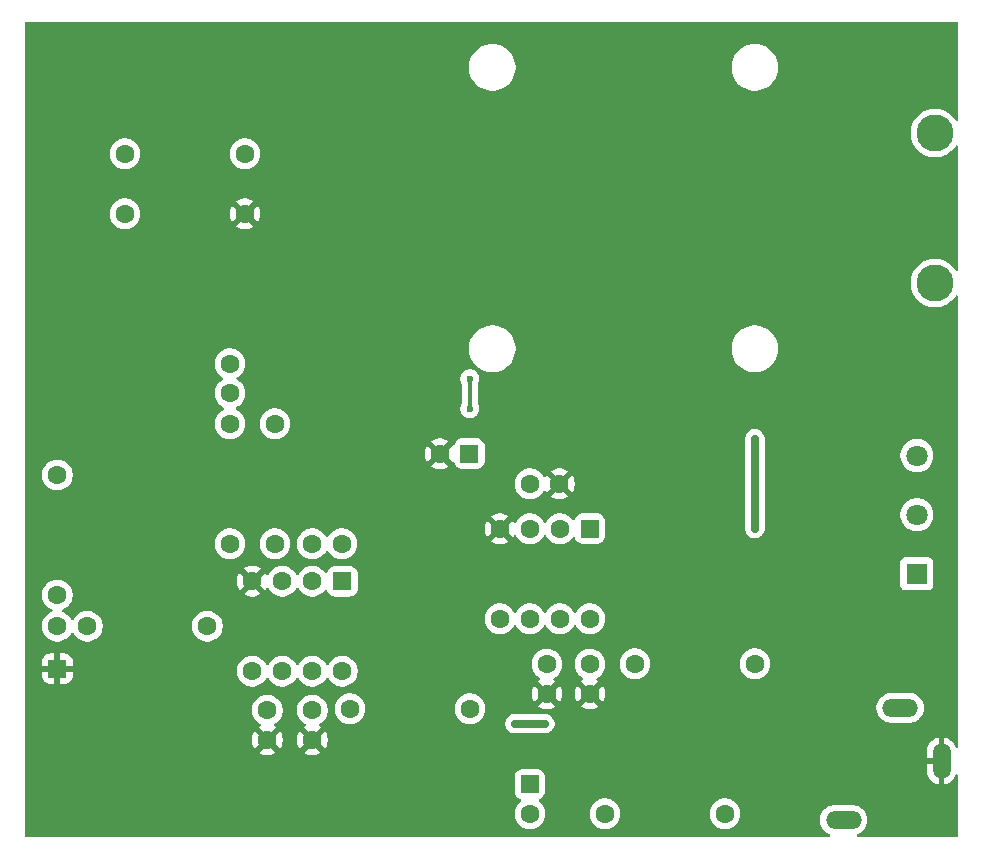
<source format=gbl>
%TF.GenerationSoftware,KiCad,Pcbnew,9.0.6*%
%TF.CreationDate,2025-11-25T23:04:22-05:00*%
%TF.ProjectId,jli2555-tin-can,6a6c6932-3535-4352-9d74-696e2d63616e,1.0*%
%TF.SameCoordinates,Original*%
%TF.FileFunction,Copper,L2,Bot*%
%TF.FilePolarity,Positive*%
%FSLAX46Y46*%
G04 Gerber Fmt 4.6, Leading zero omitted, Abs format (unit mm)*
G04 Created by KiCad (PCBNEW 9.0.6) date 2025-11-25 23:04:22*
%MOMM*%
%LPD*%
G01*
G04 APERTURE LIST*
G04 Aperture macros list*
%AMRoundRect*
0 Rectangle with rounded corners*
0 $1 Rounding radius*
0 $2 $3 $4 $5 $6 $7 $8 $9 X,Y pos of 4 corners*
0 Add a 4 corners polygon primitive as box body*
4,1,4,$2,$3,$4,$5,$6,$7,$8,$9,$2,$3,0*
0 Add four circle primitives for the rounded corners*
1,1,$1+$1,$2,$3*
1,1,$1+$1,$4,$5*
1,1,$1+$1,$6,$7*
1,1,$1+$1,$8,$9*
0 Add four rect primitives between the rounded corners*
20,1,$1+$1,$2,$3,$4,$5,0*
20,1,$1+$1,$4,$5,$6,$7,0*
20,1,$1+$1,$6,$7,$8,$9,0*
20,1,$1+$1,$8,$9,$2,$3,0*%
G04 Aperture macros list end*
%TA.AperFunction,ComponentPad*%
%ADD10C,1.600000*%
%TD*%
%TA.AperFunction,ComponentPad*%
%ADD11RoundRect,0.250000X-0.550000X0.550000X-0.550000X-0.550000X0.550000X-0.550000X0.550000X0.550000X0*%
%TD*%
%TA.AperFunction,ComponentPad*%
%ADD12RoundRect,0.250000X0.550000X0.550000X-0.550000X0.550000X-0.550000X-0.550000X0.550000X-0.550000X0*%
%TD*%
%TA.AperFunction,ComponentPad*%
%ADD13RoundRect,0.250000X0.550000X-0.550000X0.550000X0.550000X-0.550000X0.550000X-0.550000X-0.550000X0*%
%TD*%
%TA.AperFunction,ComponentPad*%
%ADD14R,1.800000X1.800000*%
%TD*%
%TA.AperFunction,ComponentPad*%
%ADD15C,1.800000*%
%TD*%
%TA.AperFunction,ComponentPad*%
%ADD16O,1.508000X3.016000*%
%TD*%
%TA.AperFunction,ComponentPad*%
%ADD17O,3.016000X1.508000*%
%TD*%
%TA.AperFunction,ComponentPad*%
%ADD18C,3.126000*%
%TD*%
%TA.AperFunction,ViaPad*%
%ADD19C,0.600000*%
%TD*%
%TA.AperFunction,Conductor*%
%ADD20C,0.635000*%
%TD*%
%TA.AperFunction,Conductor*%
%ADD21C,0.300000*%
%TD*%
G04 APERTURE END LIST*
D10*
%TO.P,R7,1*%
%TO.N,Net-(U2A-+)*%
X27940000Y-31750000D03*
%TO.P,R7,2*%
%TO.N,GND*%
X38100000Y-31750000D03*
%TD*%
D11*
%TO.P,U2,1*%
%TO.N,Vref*%
X67310000Y-58420000D03*
D10*
%TO.P,U2,2,-*%
X64770000Y-58420000D03*
%TO.P,U2,3,+*%
%TO.N,Net-(U2A-+)*%
X62230000Y-58420000D03*
%TO.P,U2,4,V-*%
%TO.N,GND*%
X59690000Y-58420000D03*
%TO.P,U2,5,+*%
%TO.N,Net-(U2B-+)*%
X59690000Y-66040000D03*
%TO.P,U2,6,-*%
%TO.N,Net-(U2B--)*%
X62230000Y-66040000D03*
%TO.P,U2,7*%
X64770000Y-66040000D03*
%TO.P,U2,8,V+*%
%TO.N,Net-(U2C-V+)*%
X67310000Y-66040000D03*
%TD*%
D12*
%TO.P,C4,1*%
%TO.N,Net-(U2A-+)*%
X57110000Y-52070000D03*
D10*
%TO.P,C4,2*%
%TO.N,GND*%
X54610000Y-52070000D03*
%TD*%
D11*
%TO.P,C3,1*%
%TO.N,Net-(U2B--)*%
X62230000Y-80050000D03*
D10*
%TO.P,C3,2*%
%TO.N,Net-(C3-Pad2)*%
X62230000Y-82550000D03*
%TD*%
D11*
%TO.P,U1,1,NC*%
%TO.N,unconnected-(U1B-NC-Pad1)*%
X46355000Y-62865000D03*
D10*
%TO.P,U1,2,-*%
%TO.N,Net-(U1A--)*%
X43815000Y-62865000D03*
%TO.P,U1,3,+*%
%TO.N,Net-(U1A-+)*%
X41275000Y-62865000D03*
%TO.P,U1,4,V-*%
%TO.N,GND*%
X38735000Y-62865000D03*
%TO.P,U1,5,NC*%
%TO.N,unconnected-(U1B-NC-Pad5)*%
X38735000Y-70485000D03*
%TO.P,U1,6*%
%TO.N,Net-(C1-Pad2)*%
X41275000Y-70485000D03*
%TO.P,U1,7,V+*%
%TO.N,Net-(U1B-V+)*%
X43815000Y-70485000D03*
%TO.P,U1,8,NC*%
%TO.N,unconnected-(U1B-NC-Pad8)*%
X46355000Y-70485000D03*
%TD*%
%TO.P,C1,1*%
%TO.N,Net-(U1A--)*%
X43815000Y-59690000D03*
%TO.P,C1,2*%
%TO.N,Net-(C1-Pad2)*%
X46315000Y-59690000D03*
%TD*%
%TO.P,C7,1*%
%TO.N,GND*%
X40005000Y-76295000D03*
%TO.P,C7,2*%
%TO.N,Net-(U1B-V+)*%
X40005000Y-73795000D03*
%TD*%
D13*
%TO.P,MK1,1,-*%
%TO.N,GND*%
X22225000Y-70275000D03*
D10*
%TO.P,MK1,2,+*%
%TO.N,Net-(MK1-+)*%
X22225000Y-66675000D03*
%TD*%
%TO.P,C9,1*%
%TO.N,GND*%
X63670000Y-72390000D03*
%TO.P,C9,2*%
%TO.N,Net-(U2C-V+)*%
X63670000Y-69890000D03*
%TD*%
%TO.P,R1,1*%
%TO.N,Net-(MK1-+)*%
X22225000Y-64025000D03*
%TO.P,R1,2*%
%TO.N,Vref*%
X22225000Y-53865000D03*
%TD*%
%TO.P,C2,1*%
%TO.N,Vref*%
X36830000Y-44450000D03*
%TO.P,C2,2*%
%TO.N,Net-(C2-Pad2)*%
X36830000Y-46950000D03*
%TD*%
%TO.P,R9,1*%
%TO.N,Net-(U2C-V+)*%
X71120000Y-69850000D03*
%TO.P,R9,2*%
%TO.N,+9v*%
X81280000Y-69850000D03*
%TD*%
%TO.P,C8,1*%
%TO.N,GND*%
X67310000Y-72390000D03*
%TO.P,C8,2*%
%TO.N,Net-(U2C-V+)*%
X67310000Y-69890000D03*
%TD*%
D14*
%TO.P,POT1,1*%
%TO.N,Net-(C1-Pad2)*%
X95000000Y-62230000D03*
D15*
%TO.P,POT1,2*%
%TO.N,Net-(U2B-+)*%
X95000000Y-57230000D03*
%TO.P,POT1,3*%
%TO.N,Vref*%
X95000000Y-52230000D03*
%TD*%
D10*
%TO.P,R4,1*%
%TO.N,Net-(U1A--)*%
X36830000Y-59690000D03*
%TO.P,R4,2*%
%TO.N,Net-(C2-Pad2)*%
X36830000Y-49530000D03*
%TD*%
%TO.P,R5,1*%
%TO.N,Net-(C3-Pad2)*%
X68580000Y-82550000D03*
%TO.P,R5,2*%
%TO.N,Net-(J1-Pad2)*%
X78740000Y-82550000D03*
%TD*%
%TO.P,R2,1*%
%TO.N,Net-(MK1-+)*%
X24765000Y-66675000D03*
%TO.P,R2,2*%
%TO.N,Net-(U1A-+)*%
X34925000Y-66675000D03*
%TD*%
D16*
%TO.P,J1,1*%
%TO.N,GND*%
X97085000Y-78082500D03*
D17*
%TO.P,J1,2*%
%TO.N,Net-(J1-Pad2)*%
X93585000Y-73582500D03*
%TO.P,J1,3*%
%TO.N,BAT -*%
X88785000Y-83082500D03*
%TD*%
D10*
%TO.P,R8,1*%
%TO.N,Net-(U1B-V+)*%
X46990000Y-73660000D03*
%TO.P,R8,2*%
%TO.N,+9v*%
X57150000Y-73660000D03*
%TD*%
%TO.P,R6,1*%
%TO.N,+9v*%
X38100000Y-26670000D03*
%TO.P,R6,2*%
%TO.N,Net-(U2A-+)*%
X27940000Y-26670000D03*
%TD*%
%TO.P,C6,1*%
%TO.N,GND*%
X43815000Y-76295000D03*
%TO.P,C6,2*%
%TO.N,Net-(U1B-V+)*%
X43815000Y-73795000D03*
%TD*%
%TO.P,R3,1*%
%TO.N,Net-(U1A--)*%
X40640000Y-59690000D03*
%TO.P,R3,2*%
%TO.N,Net-(C1-Pad2)*%
X40640000Y-49530000D03*
%TD*%
%TO.P,C5,1*%
%TO.N,GND*%
X64730000Y-54610000D03*
%TO.P,C5,2*%
%TO.N,Net-(U2A-+)*%
X62230000Y-54610000D03*
%TD*%
D18*
%TO.P,BT2,N*%
%TO.N,BAT -*%
X96520000Y-37615000D03*
%TO.P,BT2,P*%
%TO.N,+9v*%
X96520000Y-24915000D03*
%TD*%
D19*
%TO.N,+9v*%
X81280000Y-58420000D03*
X81280000Y-50800000D03*
X63500000Y-74930000D03*
X60960000Y-74930000D03*
%TO.N,Net-(U2A-+)*%
X57150000Y-48260000D03*
X57150000Y-45720000D03*
%TD*%
D20*
%TO.N,+9v*%
X81280000Y-50800000D02*
X81280000Y-58420000D01*
X60960000Y-74930000D02*
X63500000Y-74930000D01*
D21*
%TO.N,Net-(U2A-+)*%
X57150000Y-48260000D02*
X57150000Y-45720000D01*
%TD*%
%TA.AperFunction,Conductor*%
%TO.N,GND*%
G36*
X98442539Y-15520185D02*
G01*
X98488294Y-15572989D01*
X98499500Y-15624500D01*
X98499500Y-23753819D01*
X98479815Y-23820858D01*
X98427011Y-23866613D01*
X98357853Y-23876557D01*
X98294297Y-23847532D01*
X98268113Y-23815820D01*
X98239417Y-23766118D01*
X98074752Y-23551521D01*
X98074746Y-23551514D01*
X97883485Y-23360253D01*
X97883478Y-23360247D01*
X97668878Y-23195580D01*
X97434628Y-23060335D01*
X97434612Y-23060327D01*
X97184712Y-22956816D01*
X96923431Y-22886806D01*
X96655259Y-22851501D01*
X96655254Y-22851500D01*
X96655249Y-22851500D01*
X96384751Y-22851500D01*
X96384745Y-22851500D01*
X96384740Y-22851501D01*
X96116568Y-22886806D01*
X95855287Y-22956816D01*
X95605387Y-23060327D01*
X95605371Y-23060335D01*
X95371121Y-23195580D01*
X95156521Y-23360247D01*
X95156514Y-23360253D01*
X94965253Y-23551514D01*
X94965247Y-23551521D01*
X94800580Y-23766121D01*
X94665335Y-24000371D01*
X94665327Y-24000387D01*
X94561816Y-24250287D01*
X94491806Y-24511568D01*
X94456501Y-24779740D01*
X94456500Y-24779757D01*
X94456500Y-25050242D01*
X94456501Y-25050259D01*
X94491806Y-25318431D01*
X94561816Y-25579712D01*
X94665327Y-25829612D01*
X94665335Y-25829628D01*
X94800580Y-26063878D01*
X94965247Y-26278478D01*
X94965253Y-26278485D01*
X95156514Y-26469746D01*
X95156521Y-26469752D01*
X95371121Y-26634419D01*
X95605371Y-26769664D01*
X95605387Y-26769672D01*
X95761227Y-26834222D01*
X95855286Y-26873183D01*
X96116567Y-26943193D01*
X96384751Y-26978500D01*
X96384758Y-26978500D01*
X96655242Y-26978500D01*
X96655249Y-26978500D01*
X96923433Y-26943193D01*
X97184714Y-26873183D01*
X97372830Y-26795262D01*
X97434612Y-26769672D01*
X97434615Y-26769670D01*
X97434621Y-26769668D01*
X97668879Y-26634419D01*
X97883480Y-26469751D01*
X98074751Y-26278480D01*
X98239419Y-26063879D01*
X98268113Y-26014180D01*
X98318680Y-25965964D01*
X98387287Y-25952741D01*
X98452152Y-25978709D01*
X98492680Y-26035623D01*
X98499500Y-26076180D01*
X98499500Y-36453819D01*
X98479815Y-36520858D01*
X98427011Y-36566613D01*
X98357853Y-36576557D01*
X98294297Y-36547532D01*
X98268113Y-36515820D01*
X98239417Y-36466118D01*
X98074752Y-36251521D01*
X98074746Y-36251514D01*
X97883485Y-36060253D01*
X97883478Y-36060247D01*
X97668878Y-35895580D01*
X97434628Y-35760335D01*
X97434612Y-35760327D01*
X97184712Y-35656816D01*
X96923431Y-35586806D01*
X96655259Y-35551501D01*
X96655254Y-35551500D01*
X96655249Y-35551500D01*
X96384751Y-35551500D01*
X96384745Y-35551500D01*
X96384740Y-35551501D01*
X96116568Y-35586806D01*
X95855287Y-35656816D01*
X95605387Y-35760327D01*
X95605371Y-35760335D01*
X95371121Y-35895580D01*
X95156521Y-36060247D01*
X95156514Y-36060253D01*
X94965253Y-36251514D01*
X94965247Y-36251521D01*
X94800580Y-36466121D01*
X94665335Y-36700371D01*
X94665327Y-36700387D01*
X94561816Y-36950287D01*
X94491806Y-37211568D01*
X94456501Y-37479740D01*
X94456500Y-37479757D01*
X94456500Y-37750242D01*
X94456501Y-37750259D01*
X94491806Y-38018431D01*
X94561816Y-38279712D01*
X94665327Y-38529612D01*
X94665335Y-38529628D01*
X94800580Y-38763878D01*
X94965247Y-38978478D01*
X94965253Y-38978485D01*
X95156514Y-39169746D01*
X95156521Y-39169752D01*
X95371121Y-39334419D01*
X95605371Y-39469664D01*
X95605387Y-39469672D01*
X95761227Y-39534222D01*
X95855286Y-39573183D01*
X96116567Y-39643193D01*
X96384751Y-39678500D01*
X96384758Y-39678500D01*
X96655242Y-39678500D01*
X96655249Y-39678500D01*
X96923433Y-39643193D01*
X97184714Y-39573183D01*
X97372830Y-39495262D01*
X97434612Y-39469672D01*
X97434615Y-39469670D01*
X97434621Y-39469668D01*
X97668879Y-39334419D01*
X97883480Y-39169751D01*
X98074751Y-38978480D01*
X98239419Y-38763879D01*
X98268113Y-38714180D01*
X98318680Y-38665964D01*
X98387287Y-38652741D01*
X98452152Y-38678709D01*
X98492680Y-38735623D01*
X98499500Y-38776180D01*
X98499500Y-76840947D01*
X98479815Y-76907986D01*
X98427011Y-76953741D01*
X98357853Y-76963685D01*
X98294297Y-76934660D01*
X98257569Y-76879266D01*
X98247126Y-76847127D01*
X98157514Y-76671257D01*
X98041503Y-76511580D01*
X98041499Y-76511575D01*
X97901924Y-76372000D01*
X97901919Y-76371996D01*
X97742242Y-76255985D01*
X97566371Y-76166373D01*
X97378642Y-76105376D01*
X97335000Y-76098463D01*
X97335000Y-77149488D01*
X97277993Y-77116575D01*
X97150826Y-77082500D01*
X97019174Y-77082500D01*
X96892007Y-77116575D01*
X96835000Y-77149488D01*
X96835000Y-76098463D01*
X96791357Y-76105376D01*
X96791356Y-76105376D01*
X96603628Y-76166373D01*
X96427757Y-76255985D01*
X96268080Y-76371996D01*
X96268075Y-76372000D01*
X96128500Y-76511575D01*
X96128496Y-76511580D01*
X96012485Y-76671257D01*
X95922873Y-76847126D01*
X95861876Y-77034853D01*
X95831000Y-77229802D01*
X95831000Y-77832500D01*
X96585000Y-77832500D01*
X96585000Y-78332500D01*
X95831000Y-78332500D01*
X95831000Y-78935197D01*
X95861876Y-79130146D01*
X95922873Y-79317873D01*
X96012485Y-79493742D01*
X96128496Y-79653419D01*
X96128500Y-79653424D01*
X96268075Y-79792999D01*
X96268080Y-79793003D01*
X96427757Y-79909014D01*
X96603626Y-79998626D01*
X96791355Y-80059623D01*
X96834999Y-80066534D01*
X96835000Y-80066534D01*
X96835000Y-79015512D01*
X96892007Y-79048425D01*
X97019174Y-79082500D01*
X97150826Y-79082500D01*
X97277993Y-79048425D01*
X97335000Y-79015512D01*
X97335000Y-80066534D01*
X97378644Y-80059623D01*
X97566373Y-79998626D01*
X97742242Y-79909014D01*
X97901919Y-79793003D01*
X97901924Y-79792999D01*
X98041499Y-79653424D01*
X98041503Y-79653419D01*
X98157514Y-79493742D01*
X98247126Y-79317871D01*
X98257569Y-79285734D01*
X98297007Y-79228058D01*
X98361365Y-79200860D01*
X98430211Y-79212775D01*
X98481687Y-79260019D01*
X98499500Y-79324052D01*
X98499500Y-84375500D01*
X98479815Y-84442539D01*
X98427011Y-84488294D01*
X98375500Y-84499500D01*
X90020475Y-84499500D01*
X89953436Y-84479815D01*
X89907681Y-84427011D01*
X89897737Y-84357853D01*
X89926762Y-84294297D01*
X89982157Y-84257569D01*
X90020561Y-84245091D01*
X90196501Y-84155444D01*
X90286192Y-84090279D01*
X90356246Y-84039384D01*
X90356248Y-84039381D01*
X90356252Y-84039379D01*
X90495879Y-83899752D01*
X90495881Y-83899748D01*
X90495884Y-83899746D01*
X90554928Y-83818477D01*
X90611944Y-83740001D01*
X90701591Y-83564061D01*
X90762610Y-83376263D01*
X90793500Y-83181236D01*
X90793500Y-82983763D01*
X90762610Y-82788736D01*
X90718296Y-82652352D01*
X90701591Y-82600939D01*
X90611944Y-82424999D01*
X90604486Y-82414734D01*
X90495884Y-82265253D01*
X90356246Y-82125615D01*
X90196504Y-82009558D01*
X90196503Y-82009557D01*
X90196501Y-82009556D01*
X90020561Y-81919909D01*
X90020558Y-81919908D01*
X89832763Y-81858889D01*
X89637736Y-81828000D01*
X89637731Y-81828000D01*
X87932269Y-81828000D01*
X87932264Y-81828000D01*
X87737236Y-81858889D01*
X87549441Y-81919908D01*
X87373495Y-82009558D01*
X87213753Y-82125615D01*
X87074115Y-82265253D01*
X86958058Y-82424995D01*
X86868408Y-82600941D01*
X86807389Y-82788736D01*
X86776500Y-82983763D01*
X86776500Y-83181236D01*
X86807389Y-83376263D01*
X86868408Y-83564058D01*
X86868409Y-83564061D01*
X86958056Y-83740001D01*
X86958058Y-83740004D01*
X87074115Y-83899746D01*
X87213753Y-84039384D01*
X87363234Y-84147986D01*
X87373499Y-84155444D01*
X87549439Y-84245091D01*
X87587843Y-84257569D01*
X87645519Y-84297007D01*
X87672717Y-84361365D01*
X87660802Y-84430212D01*
X87613558Y-84481687D01*
X87549525Y-84499500D01*
X19624500Y-84499500D01*
X19557461Y-84479815D01*
X19511706Y-84427011D01*
X19500500Y-84375500D01*
X19500500Y-79449983D01*
X60929500Y-79449983D01*
X60929500Y-80650001D01*
X60929501Y-80650018D01*
X60940000Y-80752796D01*
X60940001Y-80752799D01*
X60995185Y-80919331D01*
X60995186Y-80919334D01*
X61087288Y-81068656D01*
X61211344Y-81192712D01*
X61360666Y-81284814D01*
X61404759Y-81299425D01*
X61462203Y-81339196D01*
X61489027Y-81403711D01*
X61476713Y-81472487D01*
X61438642Y-81517447D01*
X61382784Y-81558031D01*
X61382782Y-81558032D01*
X61238028Y-81702786D01*
X61117715Y-81868386D01*
X61024781Y-82050776D01*
X60961522Y-82245465D01*
X60929500Y-82447648D01*
X60929500Y-82652351D01*
X60961522Y-82854534D01*
X61024781Y-83049223D01*
X61117715Y-83231613D01*
X61238028Y-83397213D01*
X61382786Y-83541971D01*
X61537749Y-83654556D01*
X61548390Y-83662287D01*
X61664607Y-83721503D01*
X61730776Y-83755218D01*
X61730778Y-83755218D01*
X61730781Y-83755220D01*
X61835137Y-83789127D01*
X61925465Y-83818477D01*
X62026557Y-83834488D01*
X62127648Y-83850500D01*
X62127649Y-83850500D01*
X62332351Y-83850500D01*
X62332352Y-83850500D01*
X62534534Y-83818477D01*
X62729219Y-83755220D01*
X62911610Y-83662287D01*
X63046812Y-83564058D01*
X63077213Y-83541971D01*
X63077215Y-83541968D01*
X63077219Y-83541966D01*
X63221966Y-83397219D01*
X63221968Y-83397215D01*
X63221971Y-83397213D01*
X63274732Y-83324590D01*
X63342287Y-83231610D01*
X63435220Y-83049219D01*
X63498477Y-82854534D01*
X63530500Y-82652352D01*
X63530500Y-82447648D01*
X67279500Y-82447648D01*
X67279500Y-82652351D01*
X67311522Y-82854534D01*
X67374781Y-83049223D01*
X67467715Y-83231613D01*
X67588028Y-83397213D01*
X67732786Y-83541971D01*
X67887749Y-83654556D01*
X67898390Y-83662287D01*
X68014607Y-83721503D01*
X68080776Y-83755218D01*
X68080778Y-83755218D01*
X68080781Y-83755220D01*
X68185137Y-83789127D01*
X68275465Y-83818477D01*
X68376557Y-83834488D01*
X68477648Y-83850500D01*
X68477649Y-83850500D01*
X68682351Y-83850500D01*
X68682352Y-83850500D01*
X68884534Y-83818477D01*
X69079219Y-83755220D01*
X69261610Y-83662287D01*
X69396812Y-83564058D01*
X69427213Y-83541971D01*
X69427215Y-83541968D01*
X69427219Y-83541966D01*
X69571966Y-83397219D01*
X69571968Y-83397215D01*
X69571971Y-83397213D01*
X69624732Y-83324590D01*
X69692287Y-83231610D01*
X69785220Y-83049219D01*
X69848477Y-82854534D01*
X69880500Y-82652352D01*
X69880500Y-82447648D01*
X77439500Y-82447648D01*
X77439500Y-82652351D01*
X77471522Y-82854534D01*
X77534781Y-83049223D01*
X77627715Y-83231613D01*
X77748028Y-83397213D01*
X77892786Y-83541971D01*
X78047749Y-83654556D01*
X78058390Y-83662287D01*
X78174607Y-83721503D01*
X78240776Y-83755218D01*
X78240778Y-83755218D01*
X78240781Y-83755220D01*
X78345137Y-83789127D01*
X78435465Y-83818477D01*
X78536557Y-83834488D01*
X78637648Y-83850500D01*
X78637649Y-83850500D01*
X78842351Y-83850500D01*
X78842352Y-83850500D01*
X79044534Y-83818477D01*
X79239219Y-83755220D01*
X79421610Y-83662287D01*
X79556812Y-83564058D01*
X79587213Y-83541971D01*
X79587215Y-83541968D01*
X79587219Y-83541966D01*
X79731966Y-83397219D01*
X79731968Y-83397215D01*
X79731971Y-83397213D01*
X79784732Y-83324590D01*
X79852287Y-83231610D01*
X79945220Y-83049219D01*
X80008477Y-82854534D01*
X80040500Y-82652352D01*
X80040500Y-82447648D01*
X80008477Y-82245466D01*
X79945220Y-82050781D01*
X79945218Y-82050778D01*
X79945218Y-82050776D01*
X79878537Y-81919909D01*
X79852287Y-81868390D01*
X79822942Y-81828000D01*
X79731971Y-81702786D01*
X79587213Y-81558028D01*
X79421613Y-81437715D01*
X79421612Y-81437714D01*
X79421610Y-81437713D01*
X79364653Y-81408691D01*
X79239223Y-81344781D01*
X79044534Y-81281522D01*
X78869995Y-81253878D01*
X78842352Y-81249500D01*
X78637648Y-81249500D01*
X78613329Y-81253351D01*
X78435465Y-81281522D01*
X78240776Y-81344781D01*
X78058386Y-81437715D01*
X77892786Y-81558028D01*
X77748028Y-81702786D01*
X77627715Y-81868386D01*
X77534781Y-82050776D01*
X77471522Y-82245465D01*
X77439500Y-82447648D01*
X69880500Y-82447648D01*
X69848477Y-82245466D01*
X69785220Y-82050781D01*
X69785218Y-82050778D01*
X69785218Y-82050776D01*
X69718537Y-81919909D01*
X69692287Y-81868390D01*
X69662942Y-81828000D01*
X69571971Y-81702786D01*
X69427213Y-81558028D01*
X69261613Y-81437715D01*
X69261612Y-81437714D01*
X69261610Y-81437713D01*
X69204653Y-81408691D01*
X69079223Y-81344781D01*
X68884534Y-81281522D01*
X68709995Y-81253878D01*
X68682352Y-81249500D01*
X68477648Y-81249500D01*
X68453329Y-81253351D01*
X68275465Y-81281522D01*
X68080776Y-81344781D01*
X67898386Y-81437715D01*
X67732786Y-81558028D01*
X67588028Y-81702786D01*
X67467715Y-81868386D01*
X67374781Y-82050776D01*
X67311522Y-82245465D01*
X67279500Y-82447648D01*
X63530500Y-82447648D01*
X63498477Y-82245466D01*
X63435220Y-82050781D01*
X63435218Y-82050778D01*
X63435218Y-82050776D01*
X63368537Y-81919909D01*
X63342287Y-81868390D01*
X63312942Y-81828000D01*
X63221971Y-81702786D01*
X63077217Y-81558032D01*
X63021358Y-81517448D01*
X62978693Y-81462118D01*
X62972714Y-81392504D01*
X63005320Y-81330709D01*
X63055236Y-81299426D01*
X63099334Y-81284814D01*
X63248656Y-81192712D01*
X63372712Y-81068656D01*
X63464814Y-80919334D01*
X63519999Y-80752797D01*
X63530500Y-80650009D01*
X63530499Y-79449992D01*
X63519999Y-79347203D01*
X63464814Y-79180666D01*
X63372712Y-79031344D01*
X63248656Y-78907288D01*
X63099334Y-78815186D01*
X62932797Y-78760001D01*
X62932795Y-78760000D01*
X62830010Y-78749500D01*
X61629998Y-78749500D01*
X61629981Y-78749501D01*
X61527203Y-78760000D01*
X61527200Y-78760001D01*
X61360668Y-78815185D01*
X61360663Y-78815187D01*
X61211342Y-78907289D01*
X61087289Y-79031342D01*
X60995187Y-79180663D01*
X60995186Y-79180666D01*
X60940001Y-79347203D01*
X60940001Y-79347204D01*
X60940000Y-79347204D01*
X60929500Y-79449983D01*
X19500500Y-79449983D01*
X19500500Y-73692648D01*
X38704500Y-73692648D01*
X38704500Y-73897351D01*
X38736522Y-74099534D01*
X38799781Y-74294223D01*
X38892715Y-74476613D01*
X39013028Y-74642213D01*
X39157786Y-74786971D01*
X39323385Y-74907284D01*
X39323387Y-74907285D01*
X39323390Y-74907287D01*
X39377378Y-74934795D01*
X39428174Y-74982769D01*
X39444969Y-75050590D01*
X39422432Y-75116725D01*
X39377378Y-75155765D01*
X39323644Y-75183143D01*
X39279077Y-75215523D01*
X39279077Y-75215524D01*
X39958554Y-75895000D01*
X39952339Y-75895000D01*
X39850606Y-75922259D01*
X39759394Y-75974920D01*
X39684920Y-76049394D01*
X39632259Y-76140606D01*
X39605000Y-76242339D01*
X39605000Y-76248553D01*
X38925524Y-75569077D01*
X38925523Y-75569077D01*
X38893143Y-75613644D01*
X38800244Y-75795968D01*
X38737009Y-75990582D01*
X38705000Y-76192682D01*
X38705000Y-76397317D01*
X38737009Y-76599417D01*
X38800244Y-76794031D01*
X38893141Y-76976350D01*
X38893147Y-76976359D01*
X38925523Y-77020921D01*
X38925524Y-77020922D01*
X39605000Y-76341446D01*
X39605000Y-76347661D01*
X39632259Y-76449394D01*
X39684920Y-76540606D01*
X39759394Y-76615080D01*
X39850606Y-76667741D01*
X39952339Y-76695000D01*
X39958553Y-76695000D01*
X39279076Y-77374474D01*
X39323650Y-77406859D01*
X39505968Y-77499755D01*
X39700582Y-77562990D01*
X39902683Y-77595000D01*
X40107317Y-77595000D01*
X40309417Y-77562990D01*
X40504031Y-77499755D01*
X40686349Y-77406859D01*
X40730921Y-77374474D01*
X40051447Y-76695000D01*
X40057661Y-76695000D01*
X40159394Y-76667741D01*
X40250606Y-76615080D01*
X40325080Y-76540606D01*
X40377741Y-76449394D01*
X40405000Y-76347661D01*
X40405000Y-76341447D01*
X41084474Y-77020921D01*
X41116859Y-76976349D01*
X41209755Y-76794031D01*
X41272990Y-76599417D01*
X41305000Y-76397317D01*
X41305000Y-76192682D01*
X41272990Y-75990582D01*
X41209755Y-75795968D01*
X41116859Y-75613650D01*
X41084474Y-75569077D01*
X41084474Y-75569076D01*
X40405000Y-76248551D01*
X40405000Y-76242339D01*
X40377741Y-76140606D01*
X40325080Y-76049394D01*
X40250606Y-75974920D01*
X40159394Y-75922259D01*
X40057661Y-75895000D01*
X40051446Y-75895000D01*
X40730922Y-75215524D01*
X40730921Y-75215523D01*
X40686359Y-75183147D01*
X40686350Y-75183141D01*
X40632621Y-75155765D01*
X40581825Y-75107791D01*
X40565030Y-75039970D01*
X40587567Y-74973835D01*
X40632621Y-74934795D01*
X40686610Y-74907287D01*
X40744511Y-74865220D01*
X40852213Y-74786971D01*
X40852215Y-74786968D01*
X40852219Y-74786966D01*
X40996966Y-74642219D01*
X40996968Y-74642215D01*
X40996971Y-74642213D01*
X41049732Y-74569590D01*
X41117287Y-74476610D01*
X41210220Y-74294219D01*
X41273477Y-74099534D01*
X41305500Y-73897352D01*
X41305500Y-73692648D01*
X42514500Y-73692648D01*
X42514500Y-73897351D01*
X42546522Y-74099534D01*
X42609781Y-74294223D01*
X42702715Y-74476613D01*
X42823028Y-74642213D01*
X42967786Y-74786971D01*
X43133385Y-74907284D01*
X43133387Y-74907285D01*
X43133390Y-74907287D01*
X43187378Y-74934795D01*
X43238174Y-74982769D01*
X43254969Y-75050590D01*
X43232432Y-75116725D01*
X43187378Y-75155765D01*
X43133644Y-75183143D01*
X43089077Y-75215523D01*
X43089077Y-75215524D01*
X43768554Y-75895000D01*
X43762339Y-75895000D01*
X43660606Y-75922259D01*
X43569394Y-75974920D01*
X43494920Y-76049394D01*
X43442259Y-76140606D01*
X43415000Y-76242339D01*
X43415000Y-76248553D01*
X42735524Y-75569077D01*
X42735523Y-75569077D01*
X42703143Y-75613644D01*
X42610244Y-75795968D01*
X42547009Y-75990582D01*
X42515000Y-76192682D01*
X42515000Y-76397317D01*
X42547009Y-76599417D01*
X42610244Y-76794031D01*
X42703141Y-76976350D01*
X42703147Y-76976359D01*
X42735523Y-77020921D01*
X42735524Y-77020922D01*
X43415000Y-76341446D01*
X43415000Y-76347661D01*
X43442259Y-76449394D01*
X43494920Y-76540606D01*
X43569394Y-76615080D01*
X43660606Y-76667741D01*
X43762339Y-76695000D01*
X43768553Y-76695000D01*
X43089076Y-77374474D01*
X43133650Y-77406859D01*
X43315968Y-77499755D01*
X43510582Y-77562990D01*
X43712683Y-77595000D01*
X43917317Y-77595000D01*
X44119417Y-77562990D01*
X44314031Y-77499755D01*
X44496349Y-77406859D01*
X44540921Y-77374474D01*
X44540922Y-77374474D01*
X44479065Y-77312617D01*
X43861447Y-76695000D01*
X43867661Y-76695000D01*
X43969394Y-76667741D01*
X44060606Y-76615080D01*
X44135080Y-76540606D01*
X44187741Y-76449394D01*
X44215000Y-76347661D01*
X44215000Y-76341447D01*
X44894474Y-77020921D01*
X44926859Y-76976349D01*
X45019755Y-76794031D01*
X45082990Y-76599417D01*
X45115000Y-76397317D01*
X45115000Y-76192682D01*
X45082990Y-75990582D01*
X45019755Y-75795968D01*
X44926859Y-75613650D01*
X44894474Y-75569077D01*
X44894474Y-75569076D01*
X44215000Y-76248551D01*
X44215000Y-76242339D01*
X44187741Y-76140606D01*
X44135080Y-76049394D01*
X44060606Y-75974920D01*
X43969394Y-75922259D01*
X43867661Y-75895000D01*
X43861446Y-75895000D01*
X44540922Y-75215524D01*
X44540921Y-75215523D01*
X44496359Y-75183147D01*
X44496350Y-75183141D01*
X44442621Y-75155765D01*
X44391825Y-75107791D01*
X44375030Y-75039970D01*
X44397567Y-74973835D01*
X44442621Y-74934795D01*
X44496610Y-74907287D01*
X44554511Y-74865220D01*
X44662213Y-74786971D01*
X44662215Y-74786968D01*
X44662219Y-74786966D01*
X44806966Y-74642219D01*
X44806968Y-74642215D01*
X44806971Y-74642213D01*
X44859732Y-74569590D01*
X44927287Y-74476610D01*
X45020220Y-74294219D01*
X45083477Y-74099534D01*
X45115500Y-73897352D01*
X45115500Y-73692648D01*
X45115081Y-73690000D01*
X45096419Y-73572174D01*
X45094118Y-73557648D01*
X45689500Y-73557648D01*
X45689500Y-73762351D01*
X45721522Y-73964534D01*
X45784781Y-74159223D01*
X45877715Y-74341613D01*
X45998028Y-74507213D01*
X46142786Y-74651971D01*
X46297749Y-74764556D01*
X46308390Y-74772287D01*
X46424607Y-74831503D01*
X46490776Y-74865218D01*
X46490778Y-74865218D01*
X46490781Y-74865220D01*
X46595137Y-74899127D01*
X46685465Y-74928477D01*
X46786557Y-74944488D01*
X46887648Y-74960500D01*
X46887649Y-74960500D01*
X47092351Y-74960500D01*
X47092352Y-74960500D01*
X47294534Y-74928477D01*
X47489219Y-74865220D01*
X47671610Y-74772287D01*
X47764590Y-74704732D01*
X47837213Y-74651971D01*
X47837215Y-74651968D01*
X47837219Y-74651966D01*
X47981966Y-74507219D01*
X47981968Y-74507215D01*
X47981971Y-74507213D01*
X48053651Y-74408552D01*
X48102287Y-74341610D01*
X48195220Y-74159219D01*
X48258477Y-73964534D01*
X48290500Y-73762352D01*
X48290500Y-73557648D01*
X55849500Y-73557648D01*
X55849500Y-73762351D01*
X55881522Y-73964534D01*
X55944781Y-74159223D01*
X56037715Y-74341613D01*
X56158028Y-74507213D01*
X56302786Y-74651971D01*
X56457749Y-74764556D01*
X56468390Y-74772287D01*
X56584607Y-74831503D01*
X56650776Y-74865218D01*
X56650778Y-74865218D01*
X56650781Y-74865220D01*
X56755137Y-74899127D01*
X56845465Y-74928477D01*
X56946557Y-74944488D01*
X57047648Y-74960500D01*
X57047649Y-74960500D01*
X57252351Y-74960500D01*
X57252352Y-74960500D01*
X57454534Y-74928477D01*
X57649219Y-74865220D01*
X57680211Y-74849429D01*
X60142000Y-74849429D01*
X60142000Y-75010570D01*
X60173433Y-75168594D01*
X60173435Y-75168602D01*
X60235096Y-75317466D01*
X60324619Y-75451447D01*
X60438552Y-75565380D01*
X60572533Y-75654903D01*
X60646965Y-75685733D01*
X60721398Y-75716565D01*
X60879429Y-75747999D01*
X60879433Y-75748000D01*
X60879434Y-75748000D01*
X63580567Y-75748000D01*
X63580568Y-75747999D01*
X63738602Y-75716565D01*
X63887468Y-75654902D01*
X64021445Y-75565382D01*
X64135382Y-75451445D01*
X64224902Y-75317468D01*
X64286565Y-75168602D01*
X64318000Y-75010566D01*
X64318000Y-74849434D01*
X64286565Y-74691398D01*
X64255733Y-74616965D01*
X64224903Y-74542533D01*
X64135380Y-74408552D01*
X64021447Y-74294619D01*
X63887466Y-74205096D01*
X63738602Y-74143435D01*
X63738594Y-74143433D01*
X63580570Y-74112000D01*
X63580566Y-74112000D01*
X60879434Y-74112000D01*
X60879429Y-74112000D01*
X60721405Y-74143433D01*
X60721397Y-74143435D01*
X60572533Y-74205096D01*
X60438552Y-74294619D01*
X60324619Y-74408552D01*
X60235096Y-74542533D01*
X60173435Y-74691397D01*
X60173433Y-74691405D01*
X60142000Y-74849429D01*
X57680211Y-74849429D01*
X57831610Y-74772287D01*
X57997219Y-74651966D01*
X58141966Y-74507219D01*
X58141968Y-74507215D01*
X58141971Y-74507213D01*
X58213651Y-74408552D01*
X58262287Y-74341610D01*
X58355220Y-74159219D01*
X58418477Y-73964534D01*
X58450500Y-73762352D01*
X58450500Y-73557648D01*
X58438798Y-73483763D01*
X58432122Y-73441613D01*
X58426811Y-73408086D01*
X58418477Y-73355466D01*
X58355220Y-73160781D01*
X58355218Y-73160778D01*
X58355218Y-73160776D01*
X58309657Y-73071359D01*
X58262287Y-72978390D01*
X58240052Y-72947786D01*
X58141971Y-72812786D01*
X57997213Y-72668028D01*
X57831613Y-72547715D01*
X57831612Y-72547714D01*
X57831610Y-72547713D01*
X57756723Y-72509556D01*
X57649223Y-72454781D01*
X57482923Y-72400747D01*
X57454534Y-72391522D01*
X57279995Y-72363878D01*
X57252352Y-72359500D01*
X57047648Y-72359500D01*
X57023329Y-72363351D01*
X56845465Y-72391522D01*
X56650776Y-72454781D01*
X56468386Y-72547715D01*
X56302786Y-72668028D01*
X56158028Y-72812786D01*
X56037715Y-72978386D01*
X55944781Y-73160776D01*
X55881522Y-73355465D01*
X55849500Y-73557648D01*
X48290500Y-73557648D01*
X48258477Y-73355466D01*
X48258476Y-73355464D01*
X48195218Y-73160776D01*
X48149657Y-73071359D01*
X48102287Y-72978390D01*
X48080052Y-72947786D01*
X47981971Y-72812786D01*
X47837213Y-72668028D01*
X47671613Y-72547715D01*
X47671612Y-72547714D01*
X47671610Y-72547713D01*
X47596723Y-72509556D01*
X47489223Y-72454781D01*
X47294534Y-72391522D01*
X47119995Y-72363878D01*
X47092352Y-72359500D01*
X46887648Y-72359500D01*
X46863329Y-72363351D01*
X46685465Y-72391522D01*
X46490776Y-72454781D01*
X46308386Y-72547715D01*
X46142786Y-72668028D01*
X45998028Y-72812786D01*
X45877715Y-72978386D01*
X45784781Y-73160776D01*
X45721522Y-73355465D01*
X45689500Y-73557648D01*
X45094118Y-73557648D01*
X45090854Y-73537047D01*
X45083477Y-73490466D01*
X45020220Y-73295781D01*
X45020218Y-73295778D01*
X45020218Y-73295776D01*
X44986503Y-73229607D01*
X44927287Y-73113390D01*
X44896750Y-73071359D01*
X44806971Y-72947786D01*
X44662213Y-72803028D01*
X44496613Y-72682715D01*
X44496612Y-72682714D01*
X44496610Y-72682713D01*
X44439653Y-72653691D01*
X44314223Y-72589781D01*
X44119534Y-72526522D01*
X43944995Y-72498878D01*
X43917352Y-72494500D01*
X43712648Y-72494500D01*
X43688329Y-72498351D01*
X43510465Y-72526522D01*
X43315776Y-72589781D01*
X43133386Y-72682715D01*
X42967786Y-72803028D01*
X42823028Y-72947786D01*
X42702715Y-73113386D01*
X42609781Y-73295776D01*
X42546522Y-73490465D01*
X42514500Y-73692648D01*
X41305500Y-73692648D01*
X41289995Y-73594755D01*
X41273477Y-73490465D01*
X41229613Y-73355466D01*
X41210220Y-73295781D01*
X41210218Y-73295778D01*
X41210218Y-73295776D01*
X41176503Y-73229607D01*
X41117287Y-73113390D01*
X41086750Y-73071359D01*
X40996971Y-72947786D01*
X40852213Y-72803028D01*
X40686613Y-72682715D01*
X40686612Y-72682714D01*
X40686610Y-72682713D01*
X40629653Y-72653691D01*
X40504223Y-72589781D01*
X40309534Y-72526522D01*
X40134995Y-72498878D01*
X40107352Y-72494500D01*
X39902648Y-72494500D01*
X39878329Y-72498351D01*
X39700465Y-72526522D01*
X39505776Y-72589781D01*
X39323386Y-72682715D01*
X39157786Y-72803028D01*
X39013028Y-72947786D01*
X38892715Y-73113386D01*
X38799781Y-73295776D01*
X38736522Y-73490465D01*
X38704500Y-73692648D01*
X19500500Y-73692648D01*
X19500500Y-70874986D01*
X20925001Y-70874986D01*
X20935494Y-70977697D01*
X20990641Y-71144119D01*
X20990643Y-71144124D01*
X21082684Y-71293345D01*
X21206654Y-71417315D01*
X21355875Y-71509356D01*
X21355880Y-71509358D01*
X21522302Y-71564505D01*
X21522309Y-71564506D01*
X21625019Y-71574999D01*
X21974999Y-71574999D01*
X22475000Y-71574999D01*
X22824972Y-71574999D01*
X22824986Y-71574998D01*
X22927697Y-71564505D01*
X23094119Y-71509358D01*
X23094124Y-71509356D01*
X23243345Y-71417315D01*
X23367315Y-71293345D01*
X23459356Y-71144124D01*
X23459358Y-71144119D01*
X23514505Y-70977697D01*
X23514506Y-70977690D01*
X23524999Y-70874986D01*
X23525000Y-70874973D01*
X23525000Y-70525000D01*
X22475000Y-70525000D01*
X22475000Y-71574999D01*
X21974999Y-71574999D01*
X21975000Y-71574998D01*
X21975000Y-70525000D01*
X20925001Y-70525000D01*
X20925001Y-70874986D01*
X19500500Y-70874986D01*
X19500500Y-70235504D01*
X21925000Y-70235504D01*
X21925000Y-70314496D01*
X21945444Y-70390796D01*
X21984940Y-70459205D01*
X22040795Y-70515060D01*
X22109204Y-70554556D01*
X22185504Y-70575000D01*
X22264496Y-70575000D01*
X22340796Y-70554556D01*
X22409205Y-70515060D01*
X22465060Y-70459205D01*
X22504556Y-70390796D01*
X22506739Y-70382648D01*
X37434500Y-70382648D01*
X37434500Y-70587351D01*
X37466522Y-70789534D01*
X37529781Y-70984223D01*
X37577446Y-71077769D01*
X37611253Y-71144119D01*
X37622715Y-71166613D01*
X37743028Y-71332213D01*
X37887786Y-71476971D01*
X38022713Y-71574999D01*
X38053390Y-71597287D01*
X38169607Y-71656503D01*
X38235776Y-71690218D01*
X38235778Y-71690218D01*
X38235781Y-71690220D01*
X38292503Y-71708650D01*
X38430465Y-71753477D01*
X38531557Y-71769488D01*
X38632648Y-71785500D01*
X38632649Y-71785500D01*
X38837351Y-71785500D01*
X38837352Y-71785500D01*
X39039534Y-71753477D01*
X39234219Y-71690220D01*
X39416610Y-71597287D01*
X39537638Y-71509356D01*
X39582213Y-71476971D01*
X39582215Y-71476968D01*
X39582219Y-71476966D01*
X39726966Y-71332219D01*
X39726968Y-71332215D01*
X39726971Y-71332213D01*
X39847284Y-71166614D01*
X39847285Y-71166613D01*
X39847287Y-71166610D01*
X39894516Y-71073917D01*
X39942489Y-71023123D01*
X40010310Y-71006328D01*
X40076445Y-71028865D01*
X40115483Y-71073917D01*
X40126338Y-71095220D01*
X40162715Y-71166614D01*
X40283028Y-71332213D01*
X40427786Y-71476971D01*
X40562713Y-71574999D01*
X40593390Y-71597287D01*
X40709607Y-71656503D01*
X40775776Y-71690218D01*
X40775778Y-71690218D01*
X40775781Y-71690220D01*
X40832503Y-71708650D01*
X40970465Y-71753477D01*
X41071557Y-71769488D01*
X41172648Y-71785500D01*
X41172649Y-71785500D01*
X41377351Y-71785500D01*
X41377352Y-71785500D01*
X41579534Y-71753477D01*
X41774219Y-71690220D01*
X41956610Y-71597287D01*
X42077638Y-71509356D01*
X42122213Y-71476971D01*
X42122215Y-71476968D01*
X42122219Y-71476966D01*
X42266966Y-71332219D01*
X42266968Y-71332215D01*
X42266971Y-71332213D01*
X42387284Y-71166614D01*
X42387285Y-71166613D01*
X42387287Y-71166610D01*
X42434516Y-71073917D01*
X42482489Y-71023123D01*
X42550310Y-71006328D01*
X42616445Y-71028865D01*
X42655483Y-71073917D01*
X42666338Y-71095220D01*
X42702715Y-71166614D01*
X42823028Y-71332213D01*
X42967786Y-71476971D01*
X43102713Y-71574999D01*
X43133390Y-71597287D01*
X43249607Y-71656503D01*
X43315776Y-71690218D01*
X43315778Y-71690218D01*
X43315781Y-71690220D01*
X43372503Y-71708650D01*
X43510465Y-71753477D01*
X43611557Y-71769488D01*
X43712648Y-71785500D01*
X43712649Y-71785500D01*
X43917351Y-71785500D01*
X43917352Y-71785500D01*
X44119534Y-71753477D01*
X44314219Y-71690220D01*
X44496610Y-71597287D01*
X44617638Y-71509356D01*
X44662213Y-71476971D01*
X44662215Y-71476968D01*
X44662219Y-71476966D01*
X44806966Y-71332219D01*
X44806968Y-71332215D01*
X44806971Y-71332213D01*
X44927284Y-71166614D01*
X44927285Y-71166613D01*
X44927287Y-71166610D01*
X44974516Y-71073917D01*
X45022489Y-71023123D01*
X45090310Y-71006328D01*
X45156445Y-71028865D01*
X45195483Y-71073917D01*
X45206338Y-71095220D01*
X45242715Y-71166614D01*
X45363028Y-71332213D01*
X45507786Y-71476971D01*
X45642713Y-71574999D01*
X45673390Y-71597287D01*
X45789607Y-71656503D01*
X45855776Y-71690218D01*
X45855778Y-71690218D01*
X45855781Y-71690220D01*
X45912503Y-71708650D01*
X46050465Y-71753477D01*
X46151557Y-71769488D01*
X46252648Y-71785500D01*
X46252649Y-71785500D01*
X46457351Y-71785500D01*
X46457352Y-71785500D01*
X46659534Y-71753477D01*
X46854219Y-71690220D01*
X47036610Y-71597287D01*
X47157638Y-71509356D01*
X47202213Y-71476971D01*
X47202215Y-71476968D01*
X47202219Y-71476966D01*
X47346966Y-71332219D01*
X47346968Y-71332215D01*
X47346971Y-71332213D01*
X47441000Y-71202791D01*
X47467287Y-71166610D01*
X47560220Y-70984219D01*
X47623477Y-70789534D01*
X47655500Y-70587352D01*
X47655500Y-70382648D01*
X47623477Y-70180466D01*
X47560220Y-69985781D01*
X47560218Y-69985778D01*
X47560218Y-69985776D01*
X47485467Y-69839071D01*
X47485466Y-69839069D01*
X47467286Y-69803388D01*
X47455850Y-69787648D01*
X62369500Y-69787648D01*
X62369500Y-69992351D01*
X62401522Y-70194534D01*
X62464781Y-70389223D01*
X62528691Y-70514653D01*
X62537333Y-70531613D01*
X62557715Y-70571613D01*
X62678028Y-70737213D01*
X62822786Y-70881971D01*
X62988385Y-71002284D01*
X62988387Y-71002285D01*
X62988390Y-71002287D01*
X63042378Y-71029795D01*
X63093174Y-71077769D01*
X63109969Y-71145590D01*
X63087432Y-71211725D01*
X63042378Y-71250765D01*
X62988644Y-71278143D01*
X62944077Y-71310523D01*
X62944077Y-71310524D01*
X63623554Y-71990000D01*
X63617339Y-71990000D01*
X63515606Y-72017259D01*
X63424394Y-72069920D01*
X63349920Y-72144394D01*
X63297259Y-72235606D01*
X63270000Y-72337339D01*
X63270000Y-72343553D01*
X62590524Y-71664077D01*
X62590523Y-71664077D01*
X62558143Y-71708644D01*
X62465244Y-71890968D01*
X62402009Y-72085582D01*
X62370000Y-72287682D01*
X62370000Y-72492317D01*
X62402009Y-72694417D01*
X62465244Y-72889031D01*
X62558141Y-73071350D01*
X62558147Y-73071359D01*
X62590523Y-73115921D01*
X62590524Y-73115922D01*
X63270000Y-72436446D01*
X63270000Y-72442661D01*
X63297259Y-72544394D01*
X63349920Y-72635606D01*
X63424394Y-72710080D01*
X63515606Y-72762741D01*
X63617339Y-72790000D01*
X63623553Y-72790000D01*
X62944076Y-73469474D01*
X62988650Y-73501859D01*
X63170968Y-73594755D01*
X63365582Y-73657990D01*
X63567683Y-73690000D01*
X63772317Y-73690000D01*
X63974417Y-73657990D01*
X64169031Y-73594755D01*
X64351349Y-73501859D01*
X64395921Y-73469474D01*
X63716447Y-72790000D01*
X63722661Y-72790000D01*
X63824394Y-72762741D01*
X63915606Y-72710080D01*
X63990080Y-72635606D01*
X64042741Y-72544394D01*
X64070000Y-72442661D01*
X64070000Y-72436447D01*
X64749474Y-73115921D01*
X64781859Y-73071349D01*
X64874755Y-72889031D01*
X64937990Y-72694417D01*
X64970000Y-72492317D01*
X64970000Y-72287682D01*
X64937990Y-72085582D01*
X64874755Y-71890968D01*
X64781859Y-71708650D01*
X64749474Y-71664077D01*
X64749474Y-71664076D01*
X64070000Y-72343551D01*
X64070000Y-72337339D01*
X64042741Y-72235606D01*
X63990080Y-72144394D01*
X63915606Y-72069920D01*
X63824394Y-72017259D01*
X63722661Y-71990000D01*
X63716446Y-71990000D01*
X64395922Y-71310524D01*
X64395921Y-71310523D01*
X64351359Y-71278147D01*
X64351350Y-71278141D01*
X64297621Y-71250765D01*
X64246825Y-71202791D01*
X64230030Y-71134970D01*
X64252567Y-71068835D01*
X64297621Y-71029795D01*
X64351610Y-71002287D01*
X64406670Y-70962284D01*
X64517213Y-70881971D01*
X64517215Y-70881968D01*
X64517219Y-70881966D01*
X64661966Y-70737219D01*
X64661968Y-70737215D01*
X64661971Y-70737213D01*
X64714732Y-70664590D01*
X64782287Y-70571610D01*
X64872872Y-70393827D01*
X64875218Y-70389223D01*
X64875218Y-70389222D01*
X64875220Y-70389219D01*
X64938477Y-70194534D01*
X64970500Y-69992352D01*
X64970500Y-69787648D01*
X66009500Y-69787648D01*
X66009500Y-69992351D01*
X66041522Y-70194534D01*
X66104781Y-70389223D01*
X66168691Y-70514653D01*
X66177333Y-70531613D01*
X66197715Y-70571613D01*
X66318028Y-70737213D01*
X66462786Y-70881971D01*
X66628385Y-71002284D01*
X66628387Y-71002285D01*
X66628390Y-71002287D01*
X66682378Y-71029795D01*
X66733174Y-71077769D01*
X66749969Y-71145590D01*
X66727432Y-71211725D01*
X66682378Y-71250765D01*
X66628644Y-71278143D01*
X66584077Y-71310523D01*
X66584077Y-71310524D01*
X67263554Y-71990000D01*
X67257339Y-71990000D01*
X67155606Y-72017259D01*
X67064394Y-72069920D01*
X66989920Y-72144394D01*
X66937259Y-72235606D01*
X66910000Y-72337339D01*
X66910000Y-72343553D01*
X66230524Y-71664077D01*
X66230523Y-71664077D01*
X66198143Y-71708644D01*
X66105244Y-71890968D01*
X66042009Y-72085582D01*
X66010000Y-72287682D01*
X66010000Y-72492317D01*
X66042009Y-72694417D01*
X66105244Y-72889031D01*
X66198141Y-73071350D01*
X66198147Y-73071359D01*
X66230523Y-73115921D01*
X66230524Y-73115922D01*
X66910000Y-72436446D01*
X66910000Y-72442661D01*
X66937259Y-72544394D01*
X66989920Y-72635606D01*
X67064394Y-72710080D01*
X67155606Y-72762741D01*
X67257339Y-72790000D01*
X67263553Y-72790000D01*
X66584076Y-73469474D01*
X66628650Y-73501859D01*
X66810968Y-73594755D01*
X67005582Y-73657990D01*
X67207683Y-73690000D01*
X67412317Y-73690000D01*
X67614417Y-73657990D01*
X67809031Y-73594755D01*
X67991349Y-73501859D01*
X68016255Y-73483763D01*
X91576500Y-73483763D01*
X91576500Y-73681236D01*
X91607389Y-73876263D01*
X91668408Y-74064058D01*
X91668409Y-74064061D01*
X91740271Y-74205096D01*
X91758058Y-74240004D01*
X91874115Y-74399746D01*
X92013753Y-74539384D01*
X92155288Y-74642213D01*
X92173499Y-74655444D01*
X92349439Y-74745091D01*
X92474637Y-74785770D01*
X92537236Y-74806110D01*
X92732264Y-74837000D01*
X92732269Y-74837000D01*
X94437736Y-74837000D01*
X94632763Y-74806110D01*
X94820561Y-74745091D01*
X94996501Y-74655444D01*
X95086192Y-74590279D01*
X95156246Y-74539384D01*
X95156248Y-74539381D01*
X95156252Y-74539379D01*
X95295879Y-74399752D01*
X95295881Y-74399748D01*
X95295884Y-74399746D01*
X95372262Y-74294619D01*
X95411944Y-74240001D01*
X95501591Y-74064061D01*
X95562610Y-73876263D01*
X95591692Y-73692648D01*
X95593500Y-73681236D01*
X95593500Y-73483763D01*
X95562610Y-73288736D01*
X95542270Y-73226137D01*
X95501591Y-73100939D01*
X95411944Y-72924999D01*
X95385812Y-72889031D01*
X95295884Y-72765253D01*
X95156246Y-72625615D01*
X94996504Y-72509558D01*
X94996503Y-72509557D01*
X94996501Y-72509556D01*
X94820561Y-72419909D01*
X94820558Y-72419908D01*
X94632763Y-72358889D01*
X94437736Y-72328000D01*
X94437731Y-72328000D01*
X92732269Y-72328000D01*
X92732264Y-72328000D01*
X92537236Y-72358889D01*
X92349441Y-72419908D01*
X92173495Y-72509558D01*
X92013753Y-72625615D01*
X91874115Y-72765253D01*
X91758058Y-72924995D01*
X91668408Y-73100941D01*
X91607389Y-73288736D01*
X91576500Y-73483763D01*
X68016255Y-73483763D01*
X68035921Y-73469474D01*
X68035921Y-73469473D01*
X67356447Y-72790000D01*
X67362661Y-72790000D01*
X67464394Y-72762741D01*
X67555606Y-72710080D01*
X67630080Y-72635606D01*
X67682741Y-72544394D01*
X67710000Y-72442661D01*
X67710000Y-72436447D01*
X68389474Y-73115921D01*
X68421859Y-73071349D01*
X68514755Y-72889031D01*
X68577990Y-72694417D01*
X68610000Y-72492317D01*
X68610000Y-72287682D01*
X68577990Y-72085582D01*
X68514755Y-71890968D01*
X68421859Y-71708650D01*
X68389474Y-71664077D01*
X68389474Y-71664076D01*
X67710000Y-72343551D01*
X67710000Y-72337339D01*
X67682741Y-72235606D01*
X67630080Y-72144394D01*
X67555606Y-72069920D01*
X67464394Y-72017259D01*
X67362661Y-71990000D01*
X67356446Y-71990000D01*
X68035922Y-71310524D01*
X68035921Y-71310523D01*
X67991359Y-71278147D01*
X67991350Y-71278141D01*
X67937621Y-71250765D01*
X67886825Y-71202791D01*
X67870030Y-71134970D01*
X67892567Y-71068835D01*
X67937621Y-71029795D01*
X67991610Y-71002287D01*
X68046670Y-70962284D01*
X68157213Y-70881971D01*
X68157215Y-70881968D01*
X68157219Y-70881966D01*
X68301966Y-70737219D01*
X68301968Y-70737215D01*
X68301971Y-70737213D01*
X68354732Y-70664590D01*
X68422287Y-70571610D01*
X68512872Y-70393827D01*
X68515218Y-70389223D01*
X68515218Y-70389222D01*
X68515220Y-70389219D01*
X68578477Y-70194534D01*
X68610500Y-69992352D01*
X68610500Y-69787648D01*
X68604165Y-69747648D01*
X69819500Y-69747648D01*
X69819500Y-69952351D01*
X69851522Y-70154534D01*
X69914781Y-70349223D01*
X69970821Y-70459205D01*
X69999280Y-70515060D01*
X70007715Y-70531613D01*
X70128028Y-70697213D01*
X70272786Y-70841971D01*
X70427749Y-70954556D01*
X70438390Y-70962287D01*
X70554607Y-71021503D01*
X70620776Y-71055218D01*
X70620778Y-71055218D01*
X70620781Y-71055220D01*
X70662684Y-71068835D01*
X70815465Y-71118477D01*
X70916557Y-71134488D01*
X71017648Y-71150500D01*
X71017649Y-71150500D01*
X71222351Y-71150500D01*
X71222352Y-71150500D01*
X71424534Y-71118477D01*
X71619219Y-71055220D01*
X71801610Y-70962287D01*
X71894590Y-70894732D01*
X71967213Y-70841971D01*
X71967215Y-70841968D01*
X71967219Y-70841966D01*
X72111966Y-70697219D01*
X72111968Y-70697215D01*
X72111971Y-70697213D01*
X72191789Y-70587351D01*
X72232287Y-70531610D01*
X72325220Y-70349219D01*
X72388477Y-70154534D01*
X72420500Y-69952352D01*
X72420500Y-69747648D01*
X79979500Y-69747648D01*
X79979500Y-69952351D01*
X80011522Y-70154534D01*
X80074781Y-70349223D01*
X80130821Y-70459205D01*
X80159280Y-70515060D01*
X80167715Y-70531613D01*
X80288028Y-70697213D01*
X80432786Y-70841971D01*
X80587749Y-70954556D01*
X80598390Y-70962287D01*
X80714607Y-71021503D01*
X80780776Y-71055218D01*
X80780778Y-71055218D01*
X80780781Y-71055220D01*
X80822684Y-71068835D01*
X80975465Y-71118477D01*
X81076557Y-71134488D01*
X81177648Y-71150500D01*
X81177649Y-71150500D01*
X81382351Y-71150500D01*
X81382352Y-71150500D01*
X81584534Y-71118477D01*
X81779219Y-71055220D01*
X81961610Y-70962287D01*
X82054590Y-70894732D01*
X82127213Y-70841971D01*
X82127215Y-70841968D01*
X82127219Y-70841966D01*
X82271966Y-70697219D01*
X82271968Y-70697215D01*
X82271971Y-70697213D01*
X82351789Y-70587351D01*
X82392287Y-70531610D01*
X82485220Y-70349219D01*
X82548477Y-70154534D01*
X82580500Y-69952352D01*
X82580500Y-69747648D01*
X82563099Y-69637786D01*
X82548477Y-69545465D01*
X82498215Y-69390776D01*
X82485220Y-69350781D01*
X82485218Y-69350778D01*
X82485218Y-69350776D01*
X82437260Y-69256654D01*
X82392287Y-69168390D01*
X82384556Y-69157749D01*
X82271971Y-69002786D01*
X82127213Y-68858028D01*
X81961613Y-68737715D01*
X81961612Y-68737714D01*
X81961610Y-68737713D01*
X81904653Y-68708691D01*
X81779223Y-68644781D01*
X81584534Y-68581522D01*
X81409995Y-68553878D01*
X81382352Y-68549500D01*
X81177648Y-68549500D01*
X81153329Y-68553351D01*
X80975465Y-68581522D01*
X80780776Y-68644781D01*
X80598386Y-68737715D01*
X80432786Y-68858028D01*
X80288028Y-69002786D01*
X80167715Y-69168386D01*
X80074781Y-69350776D01*
X80011522Y-69545465D01*
X79979500Y-69747648D01*
X72420500Y-69747648D01*
X72403099Y-69637786D01*
X72388477Y-69545465D01*
X72338215Y-69390776D01*
X72325220Y-69350781D01*
X72325218Y-69350778D01*
X72325218Y-69350776D01*
X72277260Y-69256654D01*
X72232287Y-69168390D01*
X72224556Y-69157749D01*
X72111971Y-69002786D01*
X71967213Y-68858028D01*
X71801613Y-68737715D01*
X71801612Y-68737714D01*
X71801610Y-68737713D01*
X71744653Y-68708691D01*
X71619223Y-68644781D01*
X71424534Y-68581522D01*
X71249995Y-68553878D01*
X71222352Y-68549500D01*
X71017648Y-68549500D01*
X70993329Y-68553351D01*
X70815465Y-68581522D01*
X70620776Y-68644781D01*
X70438386Y-68737715D01*
X70272786Y-68858028D01*
X70128028Y-69002786D01*
X70007715Y-69168386D01*
X69914781Y-69350776D01*
X69851522Y-69545465D01*
X69819500Y-69747648D01*
X68604165Y-69747648D01*
X68578477Y-69585466D01*
X68515220Y-69390781D01*
X68515218Y-69390778D01*
X68515218Y-69390776D01*
X68481503Y-69324607D01*
X68422287Y-69208390D01*
X68367284Y-69132684D01*
X68301971Y-69042786D01*
X68157213Y-68898028D01*
X67991613Y-68777715D01*
X67991612Y-68777714D01*
X67991610Y-68777713D01*
X67913106Y-68737713D01*
X67809223Y-68684781D01*
X67614534Y-68621522D01*
X67439995Y-68593878D01*
X67412352Y-68589500D01*
X67207648Y-68589500D01*
X67183329Y-68593351D01*
X67005465Y-68621522D01*
X66810776Y-68684781D01*
X66628386Y-68777715D01*
X66462786Y-68898028D01*
X66318028Y-69042786D01*
X66197715Y-69208386D01*
X66104781Y-69390776D01*
X66041522Y-69585465D01*
X66009500Y-69787648D01*
X64970500Y-69787648D01*
X64964165Y-69747648D01*
X64938477Y-69585465D01*
X64875218Y-69390776D01*
X64841503Y-69324607D01*
X64782287Y-69208390D01*
X64727284Y-69132684D01*
X64661971Y-69042786D01*
X64517213Y-68898028D01*
X64351613Y-68777715D01*
X64351612Y-68777714D01*
X64351610Y-68777713D01*
X64273106Y-68737713D01*
X64169223Y-68684781D01*
X63974534Y-68621522D01*
X63799995Y-68593878D01*
X63772352Y-68589500D01*
X63567648Y-68589500D01*
X63543329Y-68593351D01*
X63365465Y-68621522D01*
X63170776Y-68684781D01*
X62988386Y-68777715D01*
X62822786Y-68898028D01*
X62678028Y-69042786D01*
X62557715Y-69208386D01*
X62464781Y-69390776D01*
X62401522Y-69585465D01*
X62369500Y-69787648D01*
X47455850Y-69787648D01*
X47346971Y-69637786D01*
X47202213Y-69493028D01*
X47036613Y-69372715D01*
X47036612Y-69372714D01*
X47036610Y-69372713D01*
X46979653Y-69343691D01*
X46854223Y-69279781D01*
X46659534Y-69216522D01*
X46484995Y-69188878D01*
X46457352Y-69184500D01*
X46252648Y-69184500D01*
X46228329Y-69188351D01*
X46050465Y-69216522D01*
X45855776Y-69279781D01*
X45673386Y-69372715D01*
X45507786Y-69493028D01*
X45363028Y-69637786D01*
X45242715Y-69803386D01*
X45195485Y-69896080D01*
X45147510Y-69946876D01*
X45079689Y-69963671D01*
X45013554Y-69941134D01*
X44974515Y-69896080D01*
X44945466Y-69839069D01*
X44927287Y-69803390D01*
X44897342Y-69762174D01*
X44806971Y-69637786D01*
X44662213Y-69493028D01*
X44496613Y-69372715D01*
X44496612Y-69372714D01*
X44496610Y-69372713D01*
X44439653Y-69343691D01*
X44314223Y-69279781D01*
X44119534Y-69216522D01*
X43944995Y-69188878D01*
X43917352Y-69184500D01*
X43712648Y-69184500D01*
X43688329Y-69188351D01*
X43510465Y-69216522D01*
X43315776Y-69279781D01*
X43133386Y-69372715D01*
X42967786Y-69493028D01*
X42823028Y-69637786D01*
X42702715Y-69803386D01*
X42655485Y-69896080D01*
X42607510Y-69946876D01*
X42539689Y-69963671D01*
X42473554Y-69941134D01*
X42434515Y-69896080D01*
X42405466Y-69839069D01*
X42387287Y-69803390D01*
X42357342Y-69762174D01*
X42266971Y-69637786D01*
X42122213Y-69493028D01*
X41956613Y-69372715D01*
X41956612Y-69372714D01*
X41956610Y-69372713D01*
X41899653Y-69343691D01*
X41774223Y-69279781D01*
X41579534Y-69216522D01*
X41404995Y-69188878D01*
X41377352Y-69184500D01*
X41172648Y-69184500D01*
X41148329Y-69188351D01*
X40970465Y-69216522D01*
X40775776Y-69279781D01*
X40593386Y-69372715D01*
X40427786Y-69493028D01*
X40283028Y-69637786D01*
X40162715Y-69803386D01*
X40115485Y-69896080D01*
X40067510Y-69946876D01*
X39999689Y-69963671D01*
X39933554Y-69941134D01*
X39894515Y-69896080D01*
X39865466Y-69839069D01*
X39847287Y-69803390D01*
X39817342Y-69762174D01*
X39726971Y-69637786D01*
X39582213Y-69493028D01*
X39416613Y-69372715D01*
X39416612Y-69372714D01*
X39416610Y-69372713D01*
X39359653Y-69343691D01*
X39234223Y-69279781D01*
X39039534Y-69216522D01*
X38864995Y-69188878D01*
X38837352Y-69184500D01*
X38632648Y-69184500D01*
X38608329Y-69188351D01*
X38430465Y-69216522D01*
X38235776Y-69279781D01*
X38053386Y-69372715D01*
X37887786Y-69493028D01*
X37743028Y-69637786D01*
X37622715Y-69803386D01*
X37529781Y-69985776D01*
X37466522Y-70180465D01*
X37434500Y-70382648D01*
X22506739Y-70382648D01*
X22525000Y-70314496D01*
X22525000Y-70235504D01*
X22504556Y-70159204D01*
X22465060Y-70090795D01*
X22409205Y-70034940D01*
X22391988Y-70025000D01*
X22475000Y-70025000D01*
X23524999Y-70025000D01*
X23524999Y-69675028D01*
X23524998Y-69675013D01*
X23514505Y-69572302D01*
X23459358Y-69405880D01*
X23459356Y-69405875D01*
X23367315Y-69256654D01*
X23243345Y-69132684D01*
X23094124Y-69040643D01*
X23094119Y-69040641D01*
X22927697Y-68985494D01*
X22927690Y-68985493D01*
X22824986Y-68975000D01*
X22475000Y-68975000D01*
X22475000Y-70025000D01*
X22391988Y-70025000D01*
X22340796Y-69995444D01*
X22264496Y-69975000D01*
X22185504Y-69975000D01*
X22109204Y-69995444D01*
X22040795Y-70034940D01*
X21984940Y-70090795D01*
X21945444Y-70159204D01*
X21925000Y-70235504D01*
X19500500Y-70235504D01*
X19500500Y-69675013D01*
X20925000Y-69675013D01*
X20925000Y-70025000D01*
X21975000Y-70025000D01*
X21975000Y-68975000D01*
X21625028Y-68975000D01*
X21625012Y-68975001D01*
X21522302Y-68985494D01*
X21355880Y-69040641D01*
X21355875Y-69040643D01*
X21206654Y-69132684D01*
X21082684Y-69256654D01*
X20990643Y-69405875D01*
X20990641Y-69405880D01*
X20935494Y-69572302D01*
X20935493Y-69572309D01*
X20925000Y-69675013D01*
X19500500Y-69675013D01*
X19500500Y-63922648D01*
X20924500Y-63922648D01*
X20924500Y-64127351D01*
X20956522Y-64329534D01*
X21019781Y-64524223D01*
X21112715Y-64706613D01*
X21233028Y-64872213D01*
X21377786Y-65016971D01*
X21532749Y-65129556D01*
X21543390Y-65137287D01*
X21652303Y-65192781D01*
X21725780Y-65230220D01*
X21731474Y-65232070D01*
X21789149Y-65271508D01*
X21816346Y-65335867D01*
X21804430Y-65404713D01*
X21757185Y-65456188D01*
X21731474Y-65467930D01*
X21725780Y-65469779D01*
X21543386Y-65562715D01*
X21377786Y-65683028D01*
X21233028Y-65827786D01*
X21112715Y-65993386D01*
X21019781Y-66175776D01*
X20956522Y-66370465D01*
X20924500Y-66572648D01*
X20924500Y-66777351D01*
X20956522Y-66979534D01*
X21019781Y-67174223D01*
X21112715Y-67356613D01*
X21233028Y-67522213D01*
X21377786Y-67666971D01*
X21532749Y-67779556D01*
X21543390Y-67787287D01*
X21659607Y-67846503D01*
X21725776Y-67880218D01*
X21725778Y-67880218D01*
X21725781Y-67880220D01*
X21830137Y-67914127D01*
X21920465Y-67943477D01*
X22021557Y-67959488D01*
X22122648Y-67975500D01*
X22122649Y-67975500D01*
X22327351Y-67975500D01*
X22327352Y-67975500D01*
X22529534Y-67943477D01*
X22724219Y-67880220D01*
X22906610Y-67787287D01*
X22999590Y-67719732D01*
X23072213Y-67666971D01*
X23072215Y-67666968D01*
X23072219Y-67666966D01*
X23216966Y-67522219D01*
X23216968Y-67522215D01*
X23216971Y-67522213D01*
X23337284Y-67356614D01*
X23337285Y-67356613D01*
X23337287Y-67356610D01*
X23384516Y-67263917D01*
X23432489Y-67213123D01*
X23500310Y-67196328D01*
X23566445Y-67218865D01*
X23605485Y-67263919D01*
X23652715Y-67356614D01*
X23773028Y-67522213D01*
X23917786Y-67666971D01*
X24072749Y-67779556D01*
X24083390Y-67787287D01*
X24199607Y-67846503D01*
X24265776Y-67880218D01*
X24265778Y-67880218D01*
X24265781Y-67880220D01*
X24370137Y-67914127D01*
X24460465Y-67943477D01*
X24561557Y-67959488D01*
X24662648Y-67975500D01*
X24662649Y-67975500D01*
X24867351Y-67975500D01*
X24867352Y-67975500D01*
X25069534Y-67943477D01*
X25264219Y-67880220D01*
X25446610Y-67787287D01*
X25539590Y-67719732D01*
X25612213Y-67666971D01*
X25612215Y-67666968D01*
X25612219Y-67666966D01*
X25756966Y-67522219D01*
X25756968Y-67522215D01*
X25756971Y-67522213D01*
X25809732Y-67449590D01*
X25877287Y-67356610D01*
X25970220Y-67174219D01*
X26033477Y-66979534D01*
X26065500Y-66777352D01*
X26065500Y-66572648D01*
X33624500Y-66572648D01*
X33624500Y-66777351D01*
X33656522Y-66979534D01*
X33719781Y-67174223D01*
X33812715Y-67356613D01*
X33933028Y-67522213D01*
X34077786Y-67666971D01*
X34232749Y-67779556D01*
X34243390Y-67787287D01*
X34359607Y-67846503D01*
X34425776Y-67880218D01*
X34425778Y-67880218D01*
X34425781Y-67880220D01*
X34530137Y-67914127D01*
X34620465Y-67943477D01*
X34721557Y-67959488D01*
X34822648Y-67975500D01*
X34822649Y-67975500D01*
X35027351Y-67975500D01*
X35027352Y-67975500D01*
X35229534Y-67943477D01*
X35424219Y-67880220D01*
X35606610Y-67787287D01*
X35699590Y-67719732D01*
X35772213Y-67666971D01*
X35772215Y-67666968D01*
X35772219Y-67666966D01*
X35916966Y-67522219D01*
X35916968Y-67522215D01*
X35916971Y-67522213D01*
X35969732Y-67449590D01*
X36037287Y-67356610D01*
X36130220Y-67174219D01*
X36193477Y-66979534D01*
X36225500Y-66777352D01*
X36225500Y-66572648D01*
X36193477Y-66370466D01*
X36130220Y-66175781D01*
X36130218Y-66175778D01*
X36130218Y-66175776D01*
X36037284Y-65993385D01*
X35996789Y-65937648D01*
X58389500Y-65937648D01*
X58389500Y-66142351D01*
X58421522Y-66344534D01*
X58484781Y-66539223D01*
X58577715Y-66721613D01*
X58698028Y-66887213D01*
X58842786Y-67031971D01*
X58997749Y-67144556D01*
X59008390Y-67152287D01*
X59124607Y-67211503D01*
X59190776Y-67245218D01*
X59190778Y-67245218D01*
X59190781Y-67245220D01*
X59248331Y-67263919D01*
X59385465Y-67308477D01*
X59486557Y-67324488D01*
X59587648Y-67340500D01*
X59587649Y-67340500D01*
X59792351Y-67340500D01*
X59792352Y-67340500D01*
X59994534Y-67308477D01*
X60189219Y-67245220D01*
X60371610Y-67152287D01*
X60464590Y-67084732D01*
X60537213Y-67031971D01*
X60537215Y-67031968D01*
X60537219Y-67031966D01*
X60681966Y-66887219D01*
X60681968Y-66887215D01*
X60681971Y-66887213D01*
X60802284Y-66721614D01*
X60802285Y-66721613D01*
X60802287Y-66721610D01*
X60849516Y-66628917D01*
X60897489Y-66578123D01*
X60965310Y-66561328D01*
X61031445Y-66583865D01*
X61070485Y-66628919D01*
X61117715Y-66721614D01*
X61238028Y-66887213D01*
X61382786Y-67031971D01*
X61537749Y-67144556D01*
X61548390Y-67152287D01*
X61664607Y-67211503D01*
X61730776Y-67245218D01*
X61730778Y-67245218D01*
X61730781Y-67245220D01*
X61788331Y-67263919D01*
X61925465Y-67308477D01*
X62026557Y-67324488D01*
X62127648Y-67340500D01*
X62127649Y-67340500D01*
X62332351Y-67340500D01*
X62332352Y-67340500D01*
X62534534Y-67308477D01*
X62729219Y-67245220D01*
X62911610Y-67152287D01*
X63004590Y-67084732D01*
X63077213Y-67031971D01*
X63077215Y-67031968D01*
X63077219Y-67031966D01*
X63221966Y-66887219D01*
X63221968Y-66887215D01*
X63221971Y-66887213D01*
X63342284Y-66721614D01*
X63342285Y-66721613D01*
X63342287Y-66721610D01*
X63389516Y-66628917D01*
X63437489Y-66578123D01*
X63505310Y-66561328D01*
X63571445Y-66583865D01*
X63610485Y-66628919D01*
X63657715Y-66721614D01*
X63778028Y-66887213D01*
X63922786Y-67031971D01*
X64077749Y-67144556D01*
X64088390Y-67152287D01*
X64204607Y-67211503D01*
X64270776Y-67245218D01*
X64270778Y-67245218D01*
X64270781Y-67245220D01*
X64328331Y-67263919D01*
X64465465Y-67308477D01*
X64566557Y-67324488D01*
X64667648Y-67340500D01*
X64667649Y-67340500D01*
X64872351Y-67340500D01*
X64872352Y-67340500D01*
X65074534Y-67308477D01*
X65269219Y-67245220D01*
X65451610Y-67152287D01*
X65544590Y-67084732D01*
X65617213Y-67031971D01*
X65617215Y-67031968D01*
X65617219Y-67031966D01*
X65761966Y-66887219D01*
X65761968Y-66887215D01*
X65761971Y-66887213D01*
X65882284Y-66721614D01*
X65882285Y-66721613D01*
X65882287Y-66721610D01*
X65929516Y-66628917D01*
X65977489Y-66578123D01*
X66045310Y-66561328D01*
X66111445Y-66583865D01*
X66150485Y-66628919D01*
X66197715Y-66721614D01*
X66318028Y-66887213D01*
X66462786Y-67031971D01*
X66617749Y-67144556D01*
X66628390Y-67152287D01*
X66744607Y-67211503D01*
X66810776Y-67245218D01*
X66810778Y-67245218D01*
X66810781Y-67245220D01*
X66868331Y-67263919D01*
X67005465Y-67308477D01*
X67106557Y-67324488D01*
X67207648Y-67340500D01*
X67207649Y-67340500D01*
X67412351Y-67340500D01*
X67412352Y-67340500D01*
X67614534Y-67308477D01*
X67809219Y-67245220D01*
X67991610Y-67152287D01*
X68084590Y-67084732D01*
X68157213Y-67031971D01*
X68157215Y-67031968D01*
X68157219Y-67031966D01*
X68301966Y-66887219D01*
X68301968Y-66887215D01*
X68301971Y-66887213D01*
X68381789Y-66777351D01*
X68422287Y-66721610D01*
X68515220Y-66539219D01*
X68578477Y-66344534D01*
X68610500Y-66142352D01*
X68610500Y-65937648D01*
X68593099Y-65827786D01*
X68578477Y-65735465D01*
X68549127Y-65645137D01*
X68515220Y-65540781D01*
X68515218Y-65540778D01*
X68515218Y-65540776D01*
X68478101Y-65467931D01*
X68422287Y-65358390D01*
X68376443Y-65295290D01*
X68301971Y-65192786D01*
X68157213Y-65048028D01*
X67991613Y-64927715D01*
X67991612Y-64927714D01*
X67991610Y-64927713D01*
X67934653Y-64898691D01*
X67809223Y-64834781D01*
X67614534Y-64771522D01*
X67439995Y-64743878D01*
X67412352Y-64739500D01*
X67207648Y-64739500D01*
X67183329Y-64743351D01*
X67005465Y-64771522D01*
X66810776Y-64834781D01*
X66628386Y-64927715D01*
X66462786Y-65048028D01*
X66318028Y-65192786D01*
X66197715Y-65358386D01*
X66150485Y-65451080D01*
X66102510Y-65501876D01*
X66034689Y-65518671D01*
X65968554Y-65496134D01*
X65929515Y-65451080D01*
X65906812Y-65406523D01*
X65882287Y-65358390D01*
X65836443Y-65295290D01*
X65761971Y-65192786D01*
X65617213Y-65048028D01*
X65451613Y-64927715D01*
X65451612Y-64927714D01*
X65451610Y-64927713D01*
X65394653Y-64898691D01*
X65269223Y-64834781D01*
X65074534Y-64771522D01*
X64899995Y-64743878D01*
X64872352Y-64739500D01*
X64667648Y-64739500D01*
X64643329Y-64743351D01*
X64465465Y-64771522D01*
X64270776Y-64834781D01*
X64088386Y-64927715D01*
X63922786Y-65048028D01*
X63778028Y-65192786D01*
X63657715Y-65358386D01*
X63610485Y-65451080D01*
X63562510Y-65501876D01*
X63494689Y-65518671D01*
X63428554Y-65496134D01*
X63389515Y-65451080D01*
X63366812Y-65406523D01*
X63342287Y-65358390D01*
X63296443Y-65295290D01*
X63221971Y-65192786D01*
X63077213Y-65048028D01*
X62911613Y-64927715D01*
X62911612Y-64927714D01*
X62911610Y-64927713D01*
X62854653Y-64898691D01*
X62729223Y-64834781D01*
X62534534Y-64771522D01*
X62359995Y-64743878D01*
X62332352Y-64739500D01*
X62127648Y-64739500D01*
X62103329Y-64743351D01*
X61925465Y-64771522D01*
X61730776Y-64834781D01*
X61548386Y-64927715D01*
X61382786Y-65048028D01*
X61238028Y-65192786D01*
X61117715Y-65358386D01*
X61070485Y-65451080D01*
X61022510Y-65501876D01*
X60954689Y-65518671D01*
X60888554Y-65496134D01*
X60849515Y-65451080D01*
X60826812Y-65406523D01*
X60802287Y-65358390D01*
X60756443Y-65295290D01*
X60681971Y-65192786D01*
X60537213Y-65048028D01*
X60371613Y-64927715D01*
X60371612Y-64927714D01*
X60371610Y-64927713D01*
X60314653Y-64898691D01*
X60189223Y-64834781D01*
X59994534Y-64771522D01*
X59819995Y-64743878D01*
X59792352Y-64739500D01*
X59587648Y-64739500D01*
X59563329Y-64743351D01*
X59385465Y-64771522D01*
X59190776Y-64834781D01*
X59008386Y-64927715D01*
X58842786Y-65048028D01*
X58698028Y-65192786D01*
X58577715Y-65358386D01*
X58484781Y-65540776D01*
X58421522Y-65735465D01*
X58389500Y-65937648D01*
X35996789Y-65937648D01*
X35916971Y-65827786D01*
X35772213Y-65683028D01*
X35606613Y-65562715D01*
X35606612Y-65562714D01*
X35606610Y-65562713D01*
X35520173Y-65518671D01*
X35424223Y-65469781D01*
X35229534Y-65406522D01*
X35054995Y-65378878D01*
X35027352Y-65374500D01*
X34822648Y-65374500D01*
X34798329Y-65378351D01*
X34620465Y-65406522D01*
X34425776Y-65469781D01*
X34243386Y-65562715D01*
X34077786Y-65683028D01*
X33933028Y-65827786D01*
X33812715Y-65993386D01*
X33719781Y-66175776D01*
X33656522Y-66370465D01*
X33624500Y-66572648D01*
X26065500Y-66572648D01*
X26033477Y-66370466D01*
X25970220Y-66175781D01*
X25970218Y-66175778D01*
X25970218Y-66175776D01*
X25924515Y-66086080D01*
X25877287Y-65993390D01*
X25869556Y-65982749D01*
X25756971Y-65827786D01*
X25612213Y-65683028D01*
X25446613Y-65562715D01*
X25446612Y-65562714D01*
X25446610Y-65562713D01*
X25360173Y-65518671D01*
X25264223Y-65469781D01*
X25069534Y-65406522D01*
X24894995Y-65378878D01*
X24867352Y-65374500D01*
X24662648Y-65374500D01*
X24638329Y-65378351D01*
X24460465Y-65406522D01*
X24265776Y-65469781D01*
X24083386Y-65562715D01*
X23917786Y-65683028D01*
X23773028Y-65827786D01*
X23652715Y-65993386D01*
X23605485Y-66086080D01*
X23557510Y-66136876D01*
X23489689Y-66153671D01*
X23423554Y-66131134D01*
X23384515Y-66086080D01*
X23383883Y-66084840D01*
X23337287Y-65993390D01*
X23329556Y-65982749D01*
X23216971Y-65827786D01*
X23072213Y-65683028D01*
X22906613Y-65562715D01*
X22906612Y-65562714D01*
X22906610Y-65562713D01*
X22775942Y-65496134D01*
X22724220Y-65469780D01*
X22718528Y-65467931D01*
X22660852Y-65428495D01*
X22633653Y-65364136D01*
X22645567Y-65295290D01*
X22692811Y-65243813D01*
X22718528Y-65232069D01*
X22724219Y-65230220D01*
X22906610Y-65137287D01*
X22999590Y-65069732D01*
X23072213Y-65016971D01*
X23072215Y-65016968D01*
X23072219Y-65016966D01*
X23216966Y-64872219D01*
X23216968Y-64872215D01*
X23216971Y-64872213D01*
X23313391Y-64739500D01*
X23337287Y-64706610D01*
X23430220Y-64524219D01*
X23493477Y-64329534D01*
X23525500Y-64127352D01*
X23525500Y-63922648D01*
X23493477Y-63720466D01*
X23490797Y-63712219D01*
X23455150Y-63602507D01*
X23430220Y-63525781D01*
X23430218Y-63525778D01*
X23430218Y-63525776D01*
X23370648Y-63408865D01*
X23337287Y-63343390D01*
X23280334Y-63265000D01*
X23216971Y-63177786D01*
X23072213Y-63033028D01*
X22906613Y-62912715D01*
X22906612Y-62912714D01*
X22906610Y-62912713D01*
X22819447Y-62868301D01*
X22724223Y-62819781D01*
X22548492Y-62762682D01*
X37435000Y-62762682D01*
X37435000Y-62967317D01*
X37467009Y-63169417D01*
X37530244Y-63364031D01*
X37623141Y-63546350D01*
X37623147Y-63546359D01*
X37655523Y-63590921D01*
X37655524Y-63590922D01*
X38335000Y-62911446D01*
X38335000Y-62917661D01*
X38362259Y-63019394D01*
X38414920Y-63110606D01*
X38489394Y-63185080D01*
X38580606Y-63237741D01*
X38682339Y-63265000D01*
X38688553Y-63265000D01*
X38009076Y-63944474D01*
X38053650Y-63976859D01*
X38235968Y-64069755D01*
X38430582Y-64132990D01*
X38632683Y-64165000D01*
X38837317Y-64165000D01*
X39039417Y-64132990D01*
X39234031Y-64069755D01*
X39416349Y-63976859D01*
X39460921Y-63944474D01*
X38781447Y-63265000D01*
X38787661Y-63265000D01*
X38889394Y-63237741D01*
X38980606Y-63185080D01*
X39055080Y-63110606D01*
X39107741Y-63019394D01*
X39135000Y-62917661D01*
X39135000Y-62911447D01*
X39814474Y-63590921D01*
X39846861Y-63546347D01*
X39846861Y-63546346D01*
X39894234Y-63453371D01*
X39942208Y-63402575D01*
X40010028Y-63385779D01*
X40076164Y-63408316D01*
X40115203Y-63453369D01*
X40162713Y-63546611D01*
X40283028Y-63712213D01*
X40427786Y-63856971D01*
X40548226Y-63944474D01*
X40593390Y-63977287D01*
X40709607Y-64036503D01*
X40775776Y-64070218D01*
X40775778Y-64070218D01*
X40775781Y-64070220D01*
X40866856Y-64099812D01*
X40970465Y-64133477D01*
X41071557Y-64149488D01*
X41172648Y-64165500D01*
X41172649Y-64165500D01*
X41377351Y-64165500D01*
X41377352Y-64165500D01*
X41579534Y-64133477D01*
X41774219Y-64070220D01*
X41956610Y-63977287D01*
X42085482Y-63883657D01*
X42122213Y-63856971D01*
X42122215Y-63856968D01*
X42122219Y-63856966D01*
X42266966Y-63712219D01*
X42266968Y-63712215D01*
X42266971Y-63712213D01*
X42387284Y-63546614D01*
X42387286Y-63546611D01*
X42387287Y-63546610D01*
X42434516Y-63453917D01*
X42482489Y-63403123D01*
X42550310Y-63386328D01*
X42616445Y-63408865D01*
X42655483Y-63453917D01*
X42672619Y-63487547D01*
X42702715Y-63546614D01*
X42823028Y-63712213D01*
X42967786Y-63856971D01*
X43088226Y-63944474D01*
X43133390Y-63977287D01*
X43249607Y-64036503D01*
X43315776Y-64070218D01*
X43315778Y-64070218D01*
X43315781Y-64070220D01*
X43406856Y-64099812D01*
X43510465Y-64133477D01*
X43611557Y-64149488D01*
X43712648Y-64165500D01*
X43712649Y-64165500D01*
X43917351Y-64165500D01*
X43917352Y-64165500D01*
X44119534Y-64133477D01*
X44314219Y-64070220D01*
X44496610Y-63977287D01*
X44625482Y-63883657D01*
X44662213Y-63856971D01*
X44662215Y-63856968D01*
X44662219Y-63856966D01*
X44806966Y-63712219D01*
X44875021Y-63618547D01*
X44930349Y-63575882D01*
X44999963Y-63569902D01*
X45061758Y-63602507D01*
X45093044Y-63652427D01*
X45120186Y-63734334D01*
X45212288Y-63883656D01*
X45336344Y-64007712D01*
X45485666Y-64099814D01*
X45652203Y-64154999D01*
X45754991Y-64165500D01*
X46955008Y-64165499D01*
X47057797Y-64154999D01*
X47224334Y-64099814D01*
X47373656Y-64007712D01*
X47497712Y-63883656D01*
X47589814Y-63734334D01*
X47644999Y-63567797D01*
X47655500Y-63465009D01*
X47655499Y-62264992D01*
X47644999Y-62162203D01*
X47589814Y-61995666D01*
X47497712Y-61846344D01*
X47373656Y-61722288D01*
X47224334Y-61630186D01*
X47057797Y-61575001D01*
X47057795Y-61575000D01*
X46955010Y-61564500D01*
X45754998Y-61564500D01*
X45754981Y-61564501D01*
X45652203Y-61575000D01*
X45652200Y-61575001D01*
X45485668Y-61630185D01*
X45485663Y-61630187D01*
X45336342Y-61722289D01*
X45212289Y-61846342D01*
X45120187Y-61995663D01*
X45120186Y-61995666D01*
X45093045Y-62077571D01*
X45053271Y-62135016D01*
X44988755Y-62161838D01*
X44919979Y-62149522D01*
X44875021Y-62111452D01*
X44806966Y-62017781D01*
X44662219Y-61873034D01*
X44662213Y-61873028D01*
X44496613Y-61752715D01*
X44496612Y-61752714D01*
X44496610Y-61752713D01*
X44436898Y-61722288D01*
X44314223Y-61659781D01*
X44119534Y-61596522D01*
X43944995Y-61568878D01*
X43917352Y-61564500D01*
X43712648Y-61564500D01*
X43688329Y-61568351D01*
X43510465Y-61596522D01*
X43315776Y-61659781D01*
X43133386Y-61752715D01*
X42967786Y-61873028D01*
X42823028Y-62017786D01*
X42702715Y-62183386D01*
X42655485Y-62276080D01*
X42607510Y-62326876D01*
X42539689Y-62343671D01*
X42473554Y-62321134D01*
X42434515Y-62276080D01*
X42387420Y-62183652D01*
X42387287Y-62183390D01*
X42355092Y-62139077D01*
X42266971Y-62017786D01*
X42122213Y-61873028D01*
X41956613Y-61752715D01*
X41956612Y-61752714D01*
X41956610Y-61752713D01*
X41896898Y-61722288D01*
X41774223Y-61659781D01*
X41579534Y-61596522D01*
X41404995Y-61568878D01*
X41377352Y-61564500D01*
X41172648Y-61564500D01*
X41148329Y-61568351D01*
X40970465Y-61596522D01*
X40775776Y-61659781D01*
X40593386Y-61752715D01*
X40427786Y-61873028D01*
X40283028Y-62017786D01*
X40162713Y-62183388D01*
X40115203Y-62276630D01*
X40067228Y-62327426D01*
X39999407Y-62344220D01*
X39933272Y-62321682D01*
X39894234Y-62276628D01*
X39846861Y-62183652D01*
X39814474Y-62139077D01*
X39814474Y-62139076D01*
X39135000Y-62818551D01*
X39135000Y-62812339D01*
X39107741Y-62710606D01*
X39055080Y-62619394D01*
X38980606Y-62544920D01*
X38889394Y-62492259D01*
X38787661Y-62465000D01*
X38781446Y-62465000D01*
X39460922Y-61785524D01*
X39460921Y-61785523D01*
X39416359Y-61753147D01*
X39416350Y-61753141D01*
X39234031Y-61660244D01*
X39039417Y-61597009D01*
X38837317Y-61565000D01*
X38632683Y-61565000D01*
X38430582Y-61597009D01*
X38235968Y-61660244D01*
X38053644Y-61753143D01*
X38009077Y-61785523D01*
X38009077Y-61785524D01*
X38688554Y-62465000D01*
X38682339Y-62465000D01*
X38580606Y-62492259D01*
X38489394Y-62544920D01*
X38414920Y-62619394D01*
X38362259Y-62710606D01*
X38335000Y-62812339D01*
X38335000Y-62818553D01*
X37655524Y-62139077D01*
X37655523Y-62139077D01*
X37623143Y-62183644D01*
X37530244Y-62365968D01*
X37467009Y-62560582D01*
X37435000Y-62762682D01*
X22548492Y-62762682D01*
X22529534Y-62756522D01*
X22354995Y-62728878D01*
X22327352Y-62724500D01*
X22122648Y-62724500D01*
X22098329Y-62728351D01*
X21920465Y-62756522D01*
X21725776Y-62819781D01*
X21543386Y-62912715D01*
X21377786Y-63033028D01*
X21233028Y-63177786D01*
X21112715Y-63343386D01*
X21019781Y-63525776D01*
X20956522Y-63720465D01*
X20924500Y-63922648D01*
X19500500Y-63922648D01*
X19500500Y-61282135D01*
X93599500Y-61282135D01*
X93599500Y-63177870D01*
X93599501Y-63177876D01*
X93605908Y-63237483D01*
X93656202Y-63372328D01*
X93656206Y-63372335D01*
X93742452Y-63487544D01*
X93742455Y-63487547D01*
X93857664Y-63573793D01*
X93857671Y-63573797D01*
X93992517Y-63624091D01*
X93992516Y-63624091D01*
X93999444Y-63624835D01*
X94052127Y-63630500D01*
X95947872Y-63630499D01*
X96007483Y-63624091D01*
X96142331Y-63573796D01*
X96257546Y-63487546D01*
X96343796Y-63372331D01*
X96394091Y-63237483D01*
X96400500Y-63177873D01*
X96400499Y-61282128D01*
X96394091Y-61222517D01*
X96343796Y-61087669D01*
X96343795Y-61087668D01*
X96343793Y-61087664D01*
X96257547Y-60972455D01*
X96257544Y-60972452D01*
X96142335Y-60886206D01*
X96142328Y-60886202D01*
X96007482Y-60835908D01*
X96007483Y-60835908D01*
X95947883Y-60829501D01*
X95947881Y-60829500D01*
X95947873Y-60829500D01*
X95947864Y-60829500D01*
X94052129Y-60829500D01*
X94052123Y-60829501D01*
X93992516Y-60835908D01*
X93857671Y-60886202D01*
X93857664Y-60886206D01*
X93742455Y-60972452D01*
X93742452Y-60972455D01*
X93656206Y-61087664D01*
X93656202Y-61087671D01*
X93605908Y-61222517D01*
X93599501Y-61282116D01*
X93599501Y-61282123D01*
X93599500Y-61282135D01*
X19500500Y-61282135D01*
X19500500Y-59587648D01*
X35529500Y-59587648D01*
X35529500Y-59792351D01*
X35561522Y-59994534D01*
X35624781Y-60189223D01*
X35717715Y-60371613D01*
X35838028Y-60537213D01*
X35982786Y-60681971D01*
X36137749Y-60794556D01*
X36148390Y-60802287D01*
X36264607Y-60861503D01*
X36330776Y-60895218D01*
X36330778Y-60895218D01*
X36330781Y-60895220D01*
X36435137Y-60929127D01*
X36525465Y-60958477D01*
X36613699Y-60972452D01*
X36727648Y-60990500D01*
X36727649Y-60990500D01*
X36932351Y-60990500D01*
X36932352Y-60990500D01*
X37134534Y-60958477D01*
X37329219Y-60895220D01*
X37511610Y-60802287D01*
X37604590Y-60734732D01*
X37677213Y-60681971D01*
X37677215Y-60681968D01*
X37677219Y-60681966D01*
X37821966Y-60537219D01*
X37821968Y-60537215D01*
X37821971Y-60537213D01*
X37874732Y-60464590D01*
X37942287Y-60371610D01*
X38035220Y-60189219D01*
X38098477Y-59994534D01*
X38130500Y-59792352D01*
X38130500Y-59587648D01*
X39339500Y-59587648D01*
X39339500Y-59792351D01*
X39371522Y-59994534D01*
X39434781Y-60189223D01*
X39527715Y-60371613D01*
X39648028Y-60537213D01*
X39792786Y-60681971D01*
X39947749Y-60794556D01*
X39958390Y-60802287D01*
X40074607Y-60861503D01*
X40140776Y-60895218D01*
X40140778Y-60895218D01*
X40140781Y-60895220D01*
X40245137Y-60929127D01*
X40335465Y-60958477D01*
X40423699Y-60972452D01*
X40537648Y-60990500D01*
X40537649Y-60990500D01*
X40742351Y-60990500D01*
X40742352Y-60990500D01*
X40944534Y-60958477D01*
X41139219Y-60895220D01*
X41321610Y-60802287D01*
X41414590Y-60734732D01*
X41487213Y-60681971D01*
X41487215Y-60681968D01*
X41487219Y-60681966D01*
X41631966Y-60537219D01*
X41631968Y-60537215D01*
X41631971Y-60537213D01*
X41684732Y-60464590D01*
X41752287Y-60371610D01*
X41845220Y-60189219D01*
X41908477Y-59994534D01*
X41940500Y-59792352D01*
X41940500Y-59587648D01*
X42514500Y-59587648D01*
X42514500Y-59792351D01*
X42546522Y-59994534D01*
X42609781Y-60189223D01*
X42702715Y-60371613D01*
X42823028Y-60537213D01*
X42967786Y-60681971D01*
X43122749Y-60794556D01*
X43133390Y-60802287D01*
X43249607Y-60861503D01*
X43315776Y-60895218D01*
X43315778Y-60895218D01*
X43315781Y-60895220D01*
X43420137Y-60929127D01*
X43510465Y-60958477D01*
X43598699Y-60972452D01*
X43712648Y-60990500D01*
X43712649Y-60990500D01*
X43917351Y-60990500D01*
X43917352Y-60990500D01*
X44119534Y-60958477D01*
X44314219Y-60895220D01*
X44496610Y-60802287D01*
X44589590Y-60734732D01*
X44662213Y-60681971D01*
X44662215Y-60681968D01*
X44662219Y-60681966D01*
X44806966Y-60537219D01*
X44806968Y-60537215D01*
X44806971Y-60537213D01*
X44859732Y-60464590D01*
X44927287Y-60371610D01*
X44954515Y-60318171D01*
X45002490Y-60267376D01*
X45070311Y-60250581D01*
X45136446Y-60273118D01*
X45175485Y-60318172D01*
X45202715Y-60371613D01*
X45323028Y-60537213D01*
X45467786Y-60681971D01*
X45622749Y-60794556D01*
X45633390Y-60802287D01*
X45749607Y-60861503D01*
X45815776Y-60895218D01*
X45815778Y-60895218D01*
X45815781Y-60895220D01*
X45920137Y-60929127D01*
X46010465Y-60958477D01*
X46098699Y-60972452D01*
X46212648Y-60990500D01*
X46212649Y-60990500D01*
X46417351Y-60990500D01*
X46417352Y-60990500D01*
X46619534Y-60958477D01*
X46814219Y-60895220D01*
X46996610Y-60802287D01*
X47089590Y-60734732D01*
X47162213Y-60681971D01*
X47162215Y-60681968D01*
X47162219Y-60681966D01*
X47306966Y-60537219D01*
X47306968Y-60537215D01*
X47306971Y-60537213D01*
X47359732Y-60464590D01*
X47427287Y-60371610D01*
X47520220Y-60189219D01*
X47583477Y-59994534D01*
X47615500Y-59792352D01*
X47615500Y-59587648D01*
X47597122Y-59471613D01*
X47587674Y-59411966D01*
X47583477Y-59385466D01*
X47520220Y-59190781D01*
X47520218Y-59190778D01*
X47520218Y-59190776D01*
X47474787Y-59101614D01*
X47427287Y-59008390D01*
X47394539Y-58963316D01*
X47306971Y-58842786D01*
X47162213Y-58698028D01*
X46996613Y-58577715D01*
X46996612Y-58577714D01*
X46996610Y-58577713D01*
X46898837Y-58527895D01*
X46814223Y-58484781D01*
X46647923Y-58430747D01*
X46619534Y-58421522D01*
X46444995Y-58393878D01*
X46417352Y-58389500D01*
X46212648Y-58389500D01*
X46188329Y-58393351D01*
X46010465Y-58421522D01*
X45815776Y-58484781D01*
X45633386Y-58577715D01*
X45467786Y-58698028D01*
X45323028Y-58842786D01*
X45202713Y-59008388D01*
X45175484Y-59061828D01*
X45127510Y-59112623D01*
X45059688Y-59129418D01*
X44993554Y-59106880D01*
X44954516Y-59061828D01*
X44927286Y-59008388D01*
X44806971Y-58842786D01*
X44662213Y-58698028D01*
X44496613Y-58577715D01*
X44496612Y-58577714D01*
X44496610Y-58577713D01*
X44398837Y-58527895D01*
X44314223Y-58484781D01*
X44119534Y-58421522D01*
X43944995Y-58393878D01*
X43917352Y-58389500D01*
X43712648Y-58389500D01*
X43688329Y-58393351D01*
X43510465Y-58421522D01*
X43315776Y-58484781D01*
X43133386Y-58577715D01*
X42967786Y-58698028D01*
X42823028Y-58842786D01*
X42702715Y-59008386D01*
X42609781Y-59190776D01*
X42546522Y-59385465D01*
X42514500Y-59587648D01*
X41940500Y-59587648D01*
X41908477Y-59385466D01*
X41908476Y-59385464D01*
X41850349Y-59206566D01*
X41845220Y-59190781D01*
X41845218Y-59190778D01*
X41845218Y-59190776D01*
X41799787Y-59101614D01*
X41752287Y-59008390D01*
X41719539Y-58963316D01*
X41631971Y-58842786D01*
X41487213Y-58698028D01*
X41321613Y-58577715D01*
X41321612Y-58577714D01*
X41321610Y-58577713D01*
X41223837Y-58527895D01*
X41139223Y-58484781D01*
X40944534Y-58421522D01*
X40769995Y-58393878D01*
X40742352Y-58389500D01*
X40537648Y-58389500D01*
X40513329Y-58393351D01*
X40335465Y-58421522D01*
X40140776Y-58484781D01*
X39958386Y-58577715D01*
X39792786Y-58698028D01*
X39648028Y-58842786D01*
X39527715Y-59008386D01*
X39434781Y-59190776D01*
X39371522Y-59385465D01*
X39339500Y-59587648D01*
X38130500Y-59587648D01*
X38098477Y-59385466D01*
X38098476Y-59385464D01*
X38040349Y-59206566D01*
X38035220Y-59190781D01*
X38035218Y-59190778D01*
X38035218Y-59190776D01*
X37989787Y-59101614D01*
X37942287Y-59008390D01*
X37909539Y-58963316D01*
X37821971Y-58842786D01*
X37677213Y-58698028D01*
X37511613Y-58577715D01*
X37511612Y-58577714D01*
X37511610Y-58577713D01*
X37413837Y-58527895D01*
X37329223Y-58484781D01*
X37134534Y-58421522D01*
X36959995Y-58393878D01*
X36932352Y-58389500D01*
X36727648Y-58389500D01*
X36703329Y-58393351D01*
X36525465Y-58421522D01*
X36330776Y-58484781D01*
X36148386Y-58577715D01*
X35982786Y-58698028D01*
X35838028Y-58842786D01*
X35717715Y-59008386D01*
X35624781Y-59190776D01*
X35561522Y-59385465D01*
X35529500Y-59587648D01*
X19500500Y-59587648D01*
X19500500Y-58317682D01*
X58390000Y-58317682D01*
X58390000Y-58522317D01*
X58422009Y-58724417D01*
X58485244Y-58919031D01*
X58578141Y-59101350D01*
X58578147Y-59101359D01*
X58610523Y-59145921D01*
X58610524Y-59145922D01*
X59290000Y-58466446D01*
X59290000Y-58472661D01*
X59317259Y-58574394D01*
X59369920Y-58665606D01*
X59444394Y-58740080D01*
X59535606Y-58792741D01*
X59637339Y-58820000D01*
X59643553Y-58820000D01*
X58964076Y-59499474D01*
X59008650Y-59531859D01*
X59190968Y-59624755D01*
X59385582Y-59687990D01*
X59587683Y-59720000D01*
X59792317Y-59720000D01*
X59994417Y-59687990D01*
X60189031Y-59624755D01*
X60371349Y-59531859D01*
X60415921Y-59499474D01*
X59736447Y-58820000D01*
X59742661Y-58820000D01*
X59844394Y-58792741D01*
X59935606Y-58740080D01*
X60010080Y-58665606D01*
X60062741Y-58574394D01*
X60090000Y-58472661D01*
X60090000Y-58466447D01*
X60769474Y-59145921D01*
X60801861Y-59101347D01*
X60801861Y-59101346D01*
X60849234Y-59008371D01*
X60897208Y-58957575D01*
X60965028Y-58940779D01*
X61031164Y-58963316D01*
X61070203Y-59008369D01*
X61117713Y-59101611D01*
X61238028Y-59267213D01*
X61382786Y-59411971D01*
X61503226Y-59499474D01*
X61548390Y-59532287D01*
X61657042Y-59587648D01*
X61730776Y-59625218D01*
X61730778Y-59625218D01*
X61730781Y-59625220D01*
X61821856Y-59654812D01*
X61925465Y-59688477D01*
X62026557Y-59704488D01*
X62127648Y-59720500D01*
X62127649Y-59720500D01*
X62332351Y-59720500D01*
X62332352Y-59720500D01*
X62534534Y-59688477D01*
X62729219Y-59625220D01*
X62911610Y-59532287D01*
X63040482Y-59438657D01*
X63077213Y-59411971D01*
X63077215Y-59411968D01*
X63077219Y-59411966D01*
X63221966Y-59267219D01*
X63221968Y-59267215D01*
X63221971Y-59267213D01*
X63342284Y-59101614D01*
X63342286Y-59101611D01*
X63342287Y-59101610D01*
X63389516Y-59008917D01*
X63437489Y-58958123D01*
X63505310Y-58941328D01*
X63571445Y-58963865D01*
X63610483Y-59008917D01*
X63616139Y-59020016D01*
X63657715Y-59101614D01*
X63778028Y-59267213D01*
X63922786Y-59411971D01*
X64043226Y-59499474D01*
X64088390Y-59532287D01*
X64197042Y-59587648D01*
X64270776Y-59625218D01*
X64270778Y-59625218D01*
X64270781Y-59625220D01*
X64361856Y-59654812D01*
X64465465Y-59688477D01*
X64566557Y-59704488D01*
X64667648Y-59720500D01*
X64667649Y-59720500D01*
X64872351Y-59720500D01*
X64872352Y-59720500D01*
X65074534Y-59688477D01*
X65269219Y-59625220D01*
X65451610Y-59532287D01*
X65580482Y-59438657D01*
X65617213Y-59411971D01*
X65617215Y-59411968D01*
X65617219Y-59411966D01*
X65761966Y-59267219D01*
X65830021Y-59173547D01*
X65885349Y-59130882D01*
X65954963Y-59124902D01*
X66016758Y-59157507D01*
X66048044Y-59207427D01*
X66075186Y-59289334D01*
X66167288Y-59438656D01*
X66291344Y-59562712D01*
X66440666Y-59654814D01*
X66607203Y-59709999D01*
X66709991Y-59720500D01*
X67910008Y-59720499D01*
X68012797Y-59709999D01*
X68179334Y-59654814D01*
X68328656Y-59562712D01*
X68452712Y-59438656D01*
X68544814Y-59289334D01*
X68599999Y-59122797D01*
X68610500Y-59020009D01*
X68610499Y-57819992D01*
X68599999Y-57717203D01*
X68544814Y-57550666D01*
X68452712Y-57401344D01*
X68328656Y-57277288D01*
X68179334Y-57185186D01*
X68012797Y-57130001D01*
X68012795Y-57130000D01*
X67910010Y-57119500D01*
X66709998Y-57119500D01*
X66709981Y-57119501D01*
X66607203Y-57130000D01*
X66607200Y-57130001D01*
X66440668Y-57185185D01*
X66440663Y-57185187D01*
X66291342Y-57277289D01*
X66167289Y-57401342D01*
X66075187Y-57550663D01*
X66075186Y-57550666D01*
X66048045Y-57632571D01*
X66008271Y-57690016D01*
X65943755Y-57716838D01*
X65874979Y-57704522D01*
X65830021Y-57666452D01*
X65761966Y-57572781D01*
X65617219Y-57428034D01*
X65617213Y-57428028D01*
X65451613Y-57307715D01*
X65451612Y-57307714D01*
X65451610Y-57307713D01*
X65391898Y-57277288D01*
X65269223Y-57214781D01*
X65074534Y-57151522D01*
X64899995Y-57123878D01*
X64872352Y-57119500D01*
X64667648Y-57119500D01*
X64643329Y-57123351D01*
X64465465Y-57151522D01*
X64270776Y-57214781D01*
X64088386Y-57307715D01*
X63922786Y-57428028D01*
X63778028Y-57572786D01*
X63657715Y-57738386D01*
X63610485Y-57831080D01*
X63562510Y-57881876D01*
X63494689Y-57898671D01*
X63428554Y-57876134D01*
X63389515Y-57831080D01*
X63357173Y-57767606D01*
X63342287Y-57738390D01*
X63310092Y-57694077D01*
X63221971Y-57572786D01*
X63077213Y-57428028D01*
X62911613Y-57307715D01*
X62911612Y-57307714D01*
X62911610Y-57307713D01*
X62851898Y-57277288D01*
X62729223Y-57214781D01*
X62534534Y-57151522D01*
X62359995Y-57123878D01*
X62332352Y-57119500D01*
X62127648Y-57119500D01*
X62103329Y-57123351D01*
X61925465Y-57151522D01*
X61730776Y-57214781D01*
X61548386Y-57307715D01*
X61382786Y-57428028D01*
X61238028Y-57572786D01*
X61117713Y-57738388D01*
X61070203Y-57831630D01*
X61022228Y-57882426D01*
X60954407Y-57899220D01*
X60888272Y-57876682D01*
X60849234Y-57831628D01*
X60801861Y-57738652D01*
X60769474Y-57694077D01*
X60769474Y-57694076D01*
X60090000Y-58373551D01*
X60090000Y-58367339D01*
X60062741Y-58265606D01*
X60010080Y-58174394D01*
X59935606Y-58099920D01*
X59844394Y-58047259D01*
X59742661Y-58020000D01*
X59736446Y-58020000D01*
X60415922Y-57340524D01*
X60415921Y-57340523D01*
X60371359Y-57308147D01*
X60371350Y-57308141D01*
X60189031Y-57215244D01*
X59994417Y-57152009D01*
X59792317Y-57120000D01*
X59587683Y-57120000D01*
X59385582Y-57152009D01*
X59190968Y-57215244D01*
X59008644Y-57308143D01*
X58964077Y-57340523D01*
X58964077Y-57340524D01*
X59643554Y-58020000D01*
X59637339Y-58020000D01*
X59535606Y-58047259D01*
X59444394Y-58099920D01*
X59369920Y-58174394D01*
X59317259Y-58265606D01*
X59290000Y-58367339D01*
X59290000Y-58373553D01*
X58610524Y-57694077D01*
X58610523Y-57694077D01*
X58578143Y-57738644D01*
X58485244Y-57920968D01*
X58422009Y-58115582D01*
X58390000Y-58317682D01*
X19500500Y-58317682D01*
X19500500Y-53762648D01*
X20924500Y-53762648D01*
X20924500Y-53967351D01*
X20956522Y-54169534D01*
X21019781Y-54364223D01*
X21112715Y-54546613D01*
X21233028Y-54712213D01*
X21377786Y-54856971D01*
X21524487Y-54963553D01*
X21543390Y-54977287D01*
X21659607Y-55036503D01*
X21725776Y-55070218D01*
X21725778Y-55070218D01*
X21725781Y-55070220D01*
X21830137Y-55104127D01*
X21920465Y-55133477D01*
X22021557Y-55149488D01*
X22122648Y-55165500D01*
X22122649Y-55165500D01*
X22327351Y-55165500D01*
X22327352Y-55165500D01*
X22529534Y-55133477D01*
X22724219Y-55070220D01*
X22906610Y-54977287D01*
X22999590Y-54909732D01*
X23072213Y-54856971D01*
X23072215Y-54856968D01*
X23072219Y-54856966D01*
X23216966Y-54712219D01*
X23216968Y-54712215D01*
X23216971Y-54712213D01*
X23337284Y-54546614D01*
X23337285Y-54546613D01*
X23337287Y-54546610D01*
X23357139Y-54507648D01*
X60929500Y-54507648D01*
X60929500Y-54712351D01*
X60961522Y-54914534D01*
X61024781Y-55109223D01*
X61067248Y-55192567D01*
X61117585Y-55291359D01*
X61117715Y-55291613D01*
X61238028Y-55457213D01*
X61382786Y-55601971D01*
X61503226Y-55689474D01*
X61548390Y-55722287D01*
X61664607Y-55781503D01*
X61730776Y-55815218D01*
X61730778Y-55815218D01*
X61730781Y-55815220D01*
X61835137Y-55849127D01*
X61925465Y-55878477D01*
X62026557Y-55894488D01*
X62127648Y-55910500D01*
X62127649Y-55910500D01*
X62332351Y-55910500D01*
X62332352Y-55910500D01*
X62534534Y-55878477D01*
X62729219Y-55815220D01*
X62911610Y-55722287D01*
X63004590Y-55654732D01*
X63077213Y-55601971D01*
X63077215Y-55601968D01*
X63077219Y-55601966D01*
X63221966Y-55457219D01*
X63221968Y-55457215D01*
X63221971Y-55457213D01*
X63342286Y-55291611D01*
X63342415Y-55291359D01*
X63369795Y-55237621D01*
X63417769Y-55186826D01*
X63485589Y-55170030D01*
X63551725Y-55192567D01*
X63590765Y-55237621D01*
X63618141Y-55291350D01*
X63618147Y-55291359D01*
X63650523Y-55335921D01*
X63650524Y-55335922D01*
X64330000Y-54656446D01*
X64330000Y-54662661D01*
X64357259Y-54764394D01*
X64409920Y-54855606D01*
X64484394Y-54930080D01*
X64575606Y-54982741D01*
X64677339Y-55010000D01*
X64683553Y-55010000D01*
X64004076Y-55689474D01*
X64048650Y-55721859D01*
X64230968Y-55814755D01*
X64425582Y-55877990D01*
X64627683Y-55910000D01*
X64832317Y-55910000D01*
X65034417Y-55877990D01*
X65229031Y-55814755D01*
X65411349Y-55721859D01*
X65455921Y-55689474D01*
X64776447Y-55010000D01*
X64782661Y-55010000D01*
X64884394Y-54982741D01*
X64975606Y-54930080D01*
X65050080Y-54855606D01*
X65102741Y-54764394D01*
X65130000Y-54662661D01*
X65130000Y-54656447D01*
X65809474Y-55335921D01*
X65841859Y-55291349D01*
X65934755Y-55109031D01*
X65997990Y-54914417D01*
X66030000Y-54712317D01*
X66030000Y-54507682D01*
X65997990Y-54305582D01*
X65934755Y-54110968D01*
X65841859Y-53928650D01*
X65809474Y-53884077D01*
X65809474Y-53884076D01*
X65130000Y-54563551D01*
X65130000Y-54557339D01*
X65102741Y-54455606D01*
X65050080Y-54364394D01*
X64975606Y-54289920D01*
X64884394Y-54237259D01*
X64782661Y-54210000D01*
X64776446Y-54210000D01*
X65455922Y-53530524D01*
X65455921Y-53530523D01*
X65411359Y-53498147D01*
X65411350Y-53498141D01*
X65229031Y-53405244D01*
X65034417Y-53342009D01*
X64832317Y-53310000D01*
X64627683Y-53310000D01*
X64425582Y-53342009D01*
X64230968Y-53405244D01*
X64048644Y-53498143D01*
X64004077Y-53530523D01*
X64004077Y-53530524D01*
X64683554Y-54210000D01*
X64677339Y-54210000D01*
X64575606Y-54237259D01*
X64484394Y-54289920D01*
X64409920Y-54364394D01*
X64357259Y-54455606D01*
X64330000Y-54557339D01*
X64330000Y-54563553D01*
X63650524Y-53884077D01*
X63650523Y-53884077D01*
X63618143Y-53928644D01*
X63590765Y-53982378D01*
X63542790Y-54033174D01*
X63474969Y-54049969D01*
X63408834Y-54027431D01*
X63369795Y-53982378D01*
X63362139Y-53967352D01*
X63342287Y-53928390D01*
X63342285Y-53928387D01*
X63342284Y-53928385D01*
X63221971Y-53762786D01*
X63077213Y-53618028D01*
X62911613Y-53497715D01*
X62911612Y-53497714D01*
X62911610Y-53497713D01*
X62854653Y-53468691D01*
X62729223Y-53404781D01*
X62534534Y-53341522D01*
X62359995Y-53313878D01*
X62332352Y-53309500D01*
X62127648Y-53309500D01*
X62103329Y-53313351D01*
X61925465Y-53341522D01*
X61730776Y-53404781D01*
X61548386Y-53497715D01*
X61382786Y-53618028D01*
X61238028Y-53762786D01*
X61117715Y-53928386D01*
X61024781Y-54110776D01*
X60961522Y-54305465D01*
X60929500Y-54507648D01*
X23357139Y-54507648D01*
X23430220Y-54364219D01*
X23493477Y-54169534D01*
X23525500Y-53967352D01*
X23525500Y-53762648D01*
X23493477Y-53560465D01*
X23442892Y-53404781D01*
X23430220Y-53365781D01*
X23430218Y-53365778D01*
X23430218Y-53365776D01*
X23337285Y-53183386D01*
X23331264Y-53175099D01*
X23331263Y-53175098D01*
X23216971Y-53017787D01*
X23216967Y-53017782D01*
X23072213Y-52873028D01*
X22906613Y-52752715D01*
X22906612Y-52752714D01*
X22906610Y-52752713D01*
X22849653Y-52723691D01*
X22724223Y-52659781D01*
X22529534Y-52596522D01*
X22354995Y-52568878D01*
X22327352Y-52564500D01*
X22122648Y-52564500D01*
X22098329Y-52568351D01*
X21920465Y-52596522D01*
X21725776Y-52659781D01*
X21543386Y-52752715D01*
X21377786Y-52873028D01*
X21233028Y-53017786D01*
X21112715Y-53183386D01*
X21019781Y-53365776D01*
X20956522Y-53560465D01*
X20924500Y-53762648D01*
X19500500Y-53762648D01*
X19500500Y-51967682D01*
X53310000Y-51967682D01*
X53310000Y-52172317D01*
X53342009Y-52374417D01*
X53405244Y-52569031D01*
X53498141Y-52751350D01*
X53498147Y-52751359D01*
X53530523Y-52795921D01*
X53530524Y-52795922D01*
X54210000Y-52116446D01*
X54210000Y-52122661D01*
X54237259Y-52224394D01*
X54289920Y-52315606D01*
X54364394Y-52390080D01*
X54455606Y-52442741D01*
X54557339Y-52470000D01*
X54563553Y-52470000D01*
X53884076Y-53149474D01*
X53928650Y-53181859D01*
X54110968Y-53274755D01*
X54305582Y-53337990D01*
X54507683Y-53370000D01*
X54712317Y-53370000D01*
X54914417Y-53337990D01*
X55109031Y-53274755D01*
X55291349Y-53181859D01*
X55335921Y-53149474D01*
X54656447Y-52470000D01*
X54662661Y-52470000D01*
X54764394Y-52442741D01*
X54855606Y-52390080D01*
X54930080Y-52315606D01*
X54982741Y-52224394D01*
X55010000Y-52122661D01*
X55010000Y-52116447D01*
X55689473Y-52795921D01*
X55727280Y-52792946D01*
X55795658Y-52807310D01*
X55845415Y-52856361D01*
X55854716Y-52877559D01*
X55875186Y-52939333D01*
X55875187Y-52939336D01*
X55890415Y-52964025D01*
X55967288Y-53088656D01*
X56091344Y-53212712D01*
X56240666Y-53304814D01*
X56407203Y-53359999D01*
X56509991Y-53370500D01*
X57710008Y-53370499D01*
X57812797Y-53359999D01*
X57979334Y-53304814D01*
X58128656Y-53212712D01*
X58252712Y-53088656D01*
X58344814Y-52939334D01*
X58399999Y-52772797D01*
X58410500Y-52670009D01*
X58410499Y-51469992D01*
X58399999Y-51367203D01*
X58344814Y-51200666D01*
X58252712Y-51051344D01*
X58128656Y-50927288D01*
X57979334Y-50835186D01*
X57812797Y-50780001D01*
X57812795Y-50780000D01*
X57710010Y-50769500D01*
X56509998Y-50769500D01*
X56509981Y-50769501D01*
X56407203Y-50780000D01*
X56407200Y-50780001D01*
X56240668Y-50835185D01*
X56240663Y-50835187D01*
X56091342Y-50927289D01*
X55967289Y-51051342D01*
X55875187Y-51200663D01*
X55875185Y-51200668D01*
X55854717Y-51262438D01*
X55814944Y-51319883D01*
X55750428Y-51346706D01*
X55727283Y-51347052D01*
X55689474Y-51344076D01*
X55010000Y-52023551D01*
X55010000Y-52017339D01*
X54982741Y-51915606D01*
X54930080Y-51824394D01*
X54855606Y-51749920D01*
X54764394Y-51697259D01*
X54662661Y-51670000D01*
X54656446Y-51670000D01*
X55335922Y-50990524D01*
X55335921Y-50990523D01*
X55291359Y-50958147D01*
X55291350Y-50958141D01*
X55109031Y-50865244D01*
X54914417Y-50802009D01*
X54712317Y-50770000D01*
X54507683Y-50770000D01*
X54305582Y-50802009D01*
X54110968Y-50865244D01*
X53928644Y-50958143D01*
X53884077Y-50990523D01*
X53884077Y-50990524D01*
X54563554Y-51670000D01*
X54557339Y-51670000D01*
X54455606Y-51697259D01*
X54364394Y-51749920D01*
X54289920Y-51824394D01*
X54237259Y-51915606D01*
X54210000Y-52017339D01*
X54210000Y-52023553D01*
X53530524Y-51344077D01*
X53530523Y-51344077D01*
X53498143Y-51388644D01*
X53405244Y-51570968D01*
X53342009Y-51765582D01*
X53310000Y-51967682D01*
X19500500Y-51967682D01*
X19500500Y-44347648D01*
X35529500Y-44347648D01*
X35529500Y-44552351D01*
X35561522Y-44754534D01*
X35624781Y-44949223D01*
X35688691Y-45074653D01*
X35700696Y-45098213D01*
X35717715Y-45131613D01*
X35838028Y-45297213D01*
X35982786Y-45441971D01*
X36148388Y-45562286D01*
X36201828Y-45589516D01*
X36252623Y-45637490D01*
X36269418Y-45705312D01*
X36246880Y-45771446D01*
X36201828Y-45810484D01*
X36148388Y-45837713D01*
X35982786Y-45958028D01*
X35838028Y-46102786D01*
X35717715Y-46268386D01*
X35624781Y-46450776D01*
X35561522Y-46645465D01*
X35529500Y-46847648D01*
X35529500Y-47052351D01*
X35561522Y-47254534D01*
X35624781Y-47449223D01*
X35717715Y-47631613D01*
X35838028Y-47797213D01*
X35982786Y-47941971D01*
X36137749Y-48054556D01*
X36148390Y-48062287D01*
X36269139Y-48123811D01*
X36280332Y-48129515D01*
X36331128Y-48177490D01*
X36347923Y-48245311D01*
X36325386Y-48311446D01*
X36280332Y-48350485D01*
X36148386Y-48417715D01*
X35982786Y-48538028D01*
X35838028Y-48682786D01*
X35717715Y-48848386D01*
X35624781Y-49030776D01*
X35561522Y-49225465D01*
X35529500Y-49427648D01*
X35529500Y-49632351D01*
X35561522Y-49834534D01*
X35624781Y-50029223D01*
X35717715Y-50211613D01*
X35838028Y-50377213D01*
X35982786Y-50521971D01*
X36137749Y-50634556D01*
X36148390Y-50642287D01*
X36264607Y-50701503D01*
X36330776Y-50735218D01*
X36330778Y-50735218D01*
X36330781Y-50735220D01*
X36435137Y-50769127D01*
X36525465Y-50798477D01*
X36626557Y-50814488D01*
X36727648Y-50830500D01*
X36727649Y-50830500D01*
X36932351Y-50830500D01*
X36932352Y-50830500D01*
X37134534Y-50798477D01*
X37329219Y-50735220D01*
X37511610Y-50642287D01*
X37604590Y-50574732D01*
X37677213Y-50521971D01*
X37677215Y-50521968D01*
X37677219Y-50521966D01*
X37821966Y-50377219D01*
X37821968Y-50377215D01*
X37821971Y-50377213D01*
X37893651Y-50278552D01*
X37942287Y-50211610D01*
X38035220Y-50029219D01*
X38098477Y-49834534D01*
X38130500Y-49632352D01*
X38130500Y-49427648D01*
X39339500Y-49427648D01*
X39339500Y-49632351D01*
X39371522Y-49834534D01*
X39434781Y-50029223D01*
X39527715Y-50211613D01*
X39648028Y-50377213D01*
X39792786Y-50521971D01*
X39947749Y-50634556D01*
X39958390Y-50642287D01*
X40074607Y-50701503D01*
X40140776Y-50735218D01*
X40140778Y-50735218D01*
X40140781Y-50735220D01*
X40245137Y-50769127D01*
X40335465Y-50798477D01*
X40436557Y-50814488D01*
X40537648Y-50830500D01*
X40537649Y-50830500D01*
X40742351Y-50830500D01*
X40742352Y-50830500D01*
X40944534Y-50798477D01*
X41139219Y-50735220D01*
X41170211Y-50719429D01*
X80462000Y-50719429D01*
X80462000Y-58500570D01*
X80493433Y-58658594D01*
X80493435Y-58658602D01*
X80555096Y-58807466D01*
X80644619Y-58941447D01*
X80758552Y-59055380D01*
X80892533Y-59144903D01*
X80961691Y-59173549D01*
X81041398Y-59206565D01*
X81199429Y-59237999D01*
X81199433Y-59238000D01*
X81199434Y-59238000D01*
X81360567Y-59238000D01*
X81360568Y-59237999D01*
X81518602Y-59206565D01*
X81667468Y-59144902D01*
X81801445Y-59055382D01*
X81915382Y-58941445D01*
X82004902Y-58807468D01*
X82066565Y-58658602D01*
X82098000Y-58500566D01*
X82098000Y-57119778D01*
X93599500Y-57119778D01*
X93599500Y-57340222D01*
X93609181Y-57401344D01*
X93633985Y-57557952D01*
X93702103Y-57767603D01*
X93702104Y-57767606D01*
X93760329Y-57881876D01*
X93780152Y-57920781D01*
X93802187Y-57964025D01*
X93931752Y-58142358D01*
X93931756Y-58142363D01*
X94087636Y-58298243D01*
X94087641Y-58298247D01*
X94243192Y-58411260D01*
X94265978Y-58427815D01*
X94377777Y-58484780D01*
X94462393Y-58527895D01*
X94462396Y-58527896D01*
X94567221Y-58561955D01*
X94672049Y-58596015D01*
X94889778Y-58630500D01*
X94889779Y-58630500D01*
X95110221Y-58630500D01*
X95110222Y-58630500D01*
X95327951Y-58596015D01*
X95537606Y-58527895D01*
X95734022Y-58427815D01*
X95912365Y-58298242D01*
X96068242Y-58142365D01*
X96197815Y-57964022D01*
X96297895Y-57767606D01*
X96366015Y-57557951D01*
X96400500Y-57340222D01*
X96400500Y-57119778D01*
X96366015Y-56902049D01*
X96297895Y-56692394D01*
X96297895Y-56692393D01*
X96263237Y-56624375D01*
X96197815Y-56495978D01*
X96181260Y-56473192D01*
X96068247Y-56317641D01*
X96068243Y-56317636D01*
X95912363Y-56161756D01*
X95912358Y-56161752D01*
X95734025Y-56032187D01*
X95734024Y-56032186D01*
X95734022Y-56032185D01*
X95671096Y-56000122D01*
X95537606Y-55932104D01*
X95537603Y-55932103D01*
X95327952Y-55863985D01*
X95219086Y-55846742D01*
X95110222Y-55829500D01*
X94889778Y-55829500D01*
X94817201Y-55840995D01*
X94672047Y-55863985D01*
X94462396Y-55932103D01*
X94462393Y-55932104D01*
X94265974Y-56032187D01*
X94087641Y-56161752D01*
X94087636Y-56161756D01*
X93931756Y-56317636D01*
X93931752Y-56317641D01*
X93802187Y-56495974D01*
X93702104Y-56692393D01*
X93702103Y-56692396D01*
X93633985Y-56902047D01*
X93633985Y-56902049D01*
X93599500Y-57119778D01*
X82098000Y-57119778D01*
X82098000Y-52119778D01*
X93599500Y-52119778D01*
X93599500Y-52340221D01*
X93633985Y-52557952D01*
X93702103Y-52767603D01*
X93702104Y-52767606D01*
X93802187Y-52964025D01*
X93931752Y-53142358D01*
X93931756Y-53142363D01*
X94087636Y-53298243D01*
X94087641Y-53298247D01*
X94180588Y-53365776D01*
X94265978Y-53427815D01*
X94394375Y-53493237D01*
X94462393Y-53527895D01*
X94462396Y-53527896D01*
X94562636Y-53560465D01*
X94672049Y-53596015D01*
X94889778Y-53630500D01*
X94889779Y-53630500D01*
X95110221Y-53630500D01*
X95110222Y-53630500D01*
X95327951Y-53596015D01*
X95537606Y-53527895D01*
X95734022Y-53427815D01*
X95912365Y-53298242D01*
X96068242Y-53142365D01*
X96197815Y-52964022D01*
X96297895Y-52767606D01*
X96366015Y-52557951D01*
X96400500Y-52340222D01*
X96400500Y-52119778D01*
X96366015Y-51902049D01*
X96297895Y-51692394D01*
X96297895Y-51692393D01*
X96263237Y-51624375D01*
X96197815Y-51495978D01*
X96089615Y-51347052D01*
X96068247Y-51317641D01*
X96068243Y-51317636D01*
X95912363Y-51161756D01*
X95912358Y-51161752D01*
X95734025Y-51032187D01*
X95734024Y-51032186D01*
X95734022Y-51032185D01*
X95652257Y-50990523D01*
X95537606Y-50932104D01*
X95537603Y-50932103D01*
X95327952Y-50863985D01*
X95146128Y-50835187D01*
X95110222Y-50829500D01*
X94889778Y-50829500D01*
X94853872Y-50835187D01*
X94672047Y-50863985D01*
X94462396Y-50932103D01*
X94462393Y-50932104D01*
X94265974Y-51032187D01*
X94087641Y-51161752D01*
X94087636Y-51161756D01*
X93931756Y-51317636D01*
X93931752Y-51317641D01*
X93802187Y-51495974D01*
X93702104Y-51692393D01*
X93702103Y-51692396D01*
X93633985Y-51902047D01*
X93599500Y-52119778D01*
X82098000Y-52119778D01*
X82098000Y-50719434D01*
X82066565Y-50561398D01*
X82035733Y-50486965D01*
X82004903Y-50412533D01*
X81915380Y-50278552D01*
X81801447Y-50164619D01*
X81667466Y-50075096D01*
X81518602Y-50013435D01*
X81518594Y-50013433D01*
X81360570Y-49982000D01*
X81360566Y-49982000D01*
X81199434Y-49982000D01*
X81199429Y-49982000D01*
X81041405Y-50013433D01*
X81041397Y-50013435D01*
X80892533Y-50075096D01*
X80758552Y-50164619D01*
X80644619Y-50278552D01*
X80555096Y-50412533D01*
X80493435Y-50561397D01*
X80493433Y-50561405D01*
X80462000Y-50719429D01*
X41170211Y-50719429D01*
X41321610Y-50642287D01*
X41414590Y-50574732D01*
X41487213Y-50521971D01*
X41487215Y-50521968D01*
X41487219Y-50521966D01*
X41631966Y-50377219D01*
X41631968Y-50377215D01*
X41631971Y-50377213D01*
X41703651Y-50278552D01*
X41752287Y-50211610D01*
X41845220Y-50029219D01*
X41908477Y-49834534D01*
X41940500Y-49632352D01*
X41940500Y-49427648D01*
X41908477Y-49225466D01*
X41845220Y-49030781D01*
X41845218Y-49030778D01*
X41845218Y-49030776D01*
X41811503Y-48964607D01*
X41752287Y-48848390D01*
X41744556Y-48837749D01*
X41631971Y-48682786D01*
X41487213Y-48538028D01*
X41321613Y-48417715D01*
X41321612Y-48417714D01*
X41321610Y-48417713D01*
X41264653Y-48388691D01*
X41139223Y-48324781D01*
X40944534Y-48261522D01*
X40769995Y-48233878D01*
X40742352Y-48229500D01*
X40537648Y-48229500D01*
X40513329Y-48233351D01*
X40335465Y-48261522D01*
X40140776Y-48324781D01*
X39958386Y-48417715D01*
X39792786Y-48538028D01*
X39648028Y-48682786D01*
X39527715Y-48848386D01*
X39434781Y-49030776D01*
X39371522Y-49225465D01*
X39339500Y-49427648D01*
X38130500Y-49427648D01*
X38098477Y-49225466D01*
X38035220Y-49030781D01*
X38035218Y-49030778D01*
X38035218Y-49030776D01*
X38001503Y-48964607D01*
X37942287Y-48848390D01*
X37934556Y-48837749D01*
X37821971Y-48682786D01*
X37677213Y-48538028D01*
X37511614Y-48417715D01*
X37500647Y-48412127D01*
X37379666Y-48350484D01*
X37328871Y-48302511D01*
X37312076Y-48234690D01*
X37334613Y-48168555D01*
X37379665Y-48129516D01*
X37511610Y-48062287D01*
X37560870Y-48026498D01*
X37677213Y-47941971D01*
X37677215Y-47941968D01*
X37677219Y-47941966D01*
X37821966Y-47797219D01*
X37821968Y-47797215D01*
X37821971Y-47797213D01*
X37874732Y-47724590D01*
X37942287Y-47631610D01*
X38035220Y-47449219D01*
X38098477Y-47254534D01*
X38130500Y-47052352D01*
X38130500Y-46847648D01*
X38098477Y-46645466D01*
X38035220Y-46450781D01*
X38035218Y-46450778D01*
X38035218Y-46450776D01*
X38001503Y-46384607D01*
X37942287Y-46268390D01*
X37934556Y-46257749D01*
X37821971Y-46102786D01*
X37677213Y-45958028D01*
X37511613Y-45837715D01*
X37511612Y-45837714D01*
X37511610Y-45837713D01*
X37458171Y-45810484D01*
X37452191Y-45804836D01*
X37444370Y-45802286D01*
X37427163Y-45781198D01*
X37407376Y-45762510D01*
X37405398Y-45754524D01*
X37400198Y-45748151D01*
X37397123Y-45721107D01*
X37390581Y-45694689D01*
X37393234Y-45686902D01*
X37392305Y-45678729D01*
X37404337Y-45654319D01*
X37408824Y-45641153D01*
X56349500Y-45641153D01*
X56349500Y-45798846D01*
X56380261Y-45953489D01*
X56380264Y-45953501D01*
X56440602Y-46099172D01*
X56440606Y-46099179D01*
X56478602Y-46156044D01*
X56499480Y-46222721D01*
X56499500Y-46224935D01*
X56499500Y-47755064D01*
X56479815Y-47822103D01*
X56478603Y-47823954D01*
X56440608Y-47880817D01*
X56440602Y-47880828D01*
X56380264Y-48026498D01*
X56380261Y-48026510D01*
X56349500Y-48181153D01*
X56349500Y-48338846D01*
X56380261Y-48493489D01*
X56380264Y-48493501D01*
X56440602Y-48639172D01*
X56440609Y-48639185D01*
X56528210Y-48770288D01*
X56528213Y-48770292D01*
X56639707Y-48881786D01*
X56639711Y-48881789D01*
X56770814Y-48969390D01*
X56770827Y-48969397D01*
X56916498Y-49029735D01*
X56916503Y-49029737D01*
X57071153Y-49060499D01*
X57071156Y-49060500D01*
X57071158Y-49060500D01*
X57228844Y-49060500D01*
X57228845Y-49060499D01*
X57383497Y-49029737D01*
X57529179Y-48969394D01*
X57660289Y-48881789D01*
X57771789Y-48770289D01*
X57859394Y-48639179D01*
X57919737Y-48493497D01*
X57950500Y-48338842D01*
X57950500Y-48181158D01*
X57950500Y-48181155D01*
X57950499Y-48181153D01*
X57919738Y-48026510D01*
X57919737Y-48026503D01*
X57859394Y-47880821D01*
X57821396Y-47823953D01*
X57800520Y-47757276D01*
X57800500Y-47755064D01*
X57800500Y-46224935D01*
X57820185Y-46157896D01*
X57821366Y-46156090D01*
X57859394Y-46099179D01*
X57919737Y-45953497D01*
X57950500Y-45798842D01*
X57950500Y-45641158D01*
X57950500Y-45641155D01*
X57950499Y-45641153D01*
X57919738Y-45486510D01*
X57919737Y-45486503D01*
X57919735Y-45486498D01*
X57859397Y-45340827D01*
X57859390Y-45340814D01*
X57771789Y-45209711D01*
X57771786Y-45209707D01*
X57660292Y-45098213D01*
X57660288Y-45098210D01*
X57529185Y-45010609D01*
X57529172Y-45010602D01*
X57383501Y-44950264D01*
X57383489Y-44950261D01*
X57228845Y-44919500D01*
X57228842Y-44919500D01*
X57071158Y-44919500D01*
X57071155Y-44919500D01*
X56916510Y-44950261D01*
X56916498Y-44950264D01*
X56770827Y-45010602D01*
X56770814Y-45010609D01*
X56639711Y-45098210D01*
X56639707Y-45098213D01*
X56528213Y-45209707D01*
X56528210Y-45209711D01*
X56440609Y-45340814D01*
X56440602Y-45340827D01*
X56380264Y-45486498D01*
X56380261Y-45486510D01*
X56349500Y-45641153D01*
X37408824Y-45641153D01*
X37413118Y-45628554D01*
X37420358Y-45621819D01*
X37423198Y-45616060D01*
X37441432Y-45602220D01*
X37450544Y-45593746D01*
X37454282Y-45591496D01*
X37511610Y-45562287D01*
X37553868Y-45531584D01*
X37553873Y-45531582D01*
X37677212Y-45441971D01*
X37677210Y-45441971D01*
X37677219Y-45441966D01*
X37821966Y-45297219D01*
X37821968Y-45297215D01*
X37821971Y-45297213D01*
X37885547Y-45209707D01*
X37942287Y-45131610D01*
X38035220Y-44949219D01*
X38098477Y-44754534D01*
X38130500Y-44552352D01*
X38130500Y-44347648D01*
X38098477Y-44145466D01*
X38035220Y-43950781D01*
X38035218Y-43950778D01*
X38035218Y-43950776D01*
X38001503Y-43884607D01*
X37942287Y-43768390D01*
X37934556Y-43757749D01*
X37821971Y-43602786D01*
X37677213Y-43458028D01*
X37511613Y-43337715D01*
X37511612Y-43337714D01*
X37511610Y-43337713D01*
X37454653Y-43308691D01*
X37329223Y-43244781D01*
X37134534Y-43181522D01*
X37055045Y-43168933D01*
X36932352Y-43149500D01*
X36727648Y-43149500D01*
X36703329Y-43153351D01*
X36525465Y-43181522D01*
X36330776Y-43244781D01*
X36148386Y-43337715D01*
X35982786Y-43458028D01*
X35838028Y-43602786D01*
X35717715Y-43768386D01*
X35624781Y-43950776D01*
X35561522Y-44145465D01*
X35529500Y-44347648D01*
X19500500Y-44347648D01*
X19500500Y-43050525D01*
X57074500Y-43050525D01*
X57074500Y-43309474D01*
X57074501Y-43309491D01*
X57108299Y-43566217D01*
X57108300Y-43566222D01*
X57108301Y-43566228D01*
X57118097Y-43602786D01*
X57175324Y-43816364D01*
X57274423Y-44055609D01*
X57274427Y-44055619D01*
X57403906Y-44279883D01*
X57561551Y-44485331D01*
X57561557Y-44485338D01*
X57744661Y-44668442D01*
X57744668Y-44668448D01*
X57950116Y-44826093D01*
X58174380Y-44955572D01*
X58174381Y-44955572D01*
X58174384Y-44955574D01*
X58413634Y-45054675D01*
X58663772Y-45121699D01*
X58920519Y-45155500D01*
X58920526Y-45155500D01*
X59179474Y-45155500D01*
X59179481Y-45155500D01*
X59436228Y-45121699D01*
X59686366Y-45054675D01*
X59925616Y-44955574D01*
X60149884Y-44826093D01*
X60355333Y-44668447D01*
X60538447Y-44485333D01*
X60696093Y-44279884D01*
X60825574Y-44055616D01*
X60924675Y-43816366D01*
X60991699Y-43566228D01*
X61025500Y-43309481D01*
X61025500Y-43050525D01*
X79304500Y-43050525D01*
X79304500Y-43309474D01*
X79304501Y-43309491D01*
X79338299Y-43566217D01*
X79338300Y-43566222D01*
X79338301Y-43566228D01*
X79348097Y-43602786D01*
X79405324Y-43816364D01*
X79504423Y-44055609D01*
X79504427Y-44055619D01*
X79633906Y-44279883D01*
X79791551Y-44485331D01*
X79791557Y-44485338D01*
X79974661Y-44668442D01*
X79974668Y-44668448D01*
X80180116Y-44826093D01*
X80404380Y-44955572D01*
X80404381Y-44955572D01*
X80404384Y-44955574D01*
X80643634Y-45054675D01*
X80893772Y-45121699D01*
X81150519Y-45155500D01*
X81150526Y-45155500D01*
X81409474Y-45155500D01*
X81409481Y-45155500D01*
X81666228Y-45121699D01*
X81916366Y-45054675D01*
X82155616Y-44955574D01*
X82379884Y-44826093D01*
X82585333Y-44668447D01*
X82768447Y-44485333D01*
X82926093Y-44279884D01*
X83055574Y-44055616D01*
X83154675Y-43816366D01*
X83221699Y-43566228D01*
X83255500Y-43309481D01*
X83255500Y-43050519D01*
X83221699Y-42793772D01*
X83154675Y-42543634D01*
X83055574Y-42304384D01*
X82926093Y-42080116D01*
X82768447Y-41874667D01*
X82768442Y-41874661D01*
X82585338Y-41691557D01*
X82585331Y-41691551D01*
X82379883Y-41533906D01*
X82155619Y-41404427D01*
X82155609Y-41404423D01*
X81916364Y-41305324D01*
X81791297Y-41271813D01*
X81666228Y-41238301D01*
X81666222Y-41238300D01*
X81666217Y-41238299D01*
X81409491Y-41204501D01*
X81409486Y-41204500D01*
X81409481Y-41204500D01*
X81150519Y-41204500D01*
X81150513Y-41204500D01*
X81150508Y-41204501D01*
X80893782Y-41238299D01*
X80893775Y-41238300D01*
X80893772Y-41238301D01*
X80840908Y-41252465D01*
X80643635Y-41305324D01*
X80404390Y-41404423D01*
X80404380Y-41404427D01*
X80180116Y-41533906D01*
X79974668Y-41691551D01*
X79974661Y-41691557D01*
X79791557Y-41874661D01*
X79791551Y-41874668D01*
X79633906Y-42080116D01*
X79504427Y-42304380D01*
X79504423Y-42304390D01*
X79405324Y-42543635D01*
X79338302Y-42793769D01*
X79338299Y-42793782D01*
X79304501Y-43050508D01*
X79304500Y-43050525D01*
X61025500Y-43050525D01*
X61025500Y-43050519D01*
X60991699Y-42793772D01*
X60924675Y-42543634D01*
X60825574Y-42304384D01*
X60696093Y-42080116D01*
X60538447Y-41874667D01*
X60538442Y-41874661D01*
X60355338Y-41691557D01*
X60355331Y-41691551D01*
X60149883Y-41533906D01*
X59925619Y-41404427D01*
X59925609Y-41404423D01*
X59686364Y-41305324D01*
X59561297Y-41271813D01*
X59436228Y-41238301D01*
X59436222Y-41238300D01*
X59436217Y-41238299D01*
X59179491Y-41204501D01*
X59179486Y-41204500D01*
X59179481Y-41204500D01*
X58920519Y-41204500D01*
X58920513Y-41204500D01*
X58920508Y-41204501D01*
X58663782Y-41238299D01*
X58663775Y-41238300D01*
X58663772Y-41238301D01*
X58610908Y-41252465D01*
X58413635Y-41305324D01*
X58174390Y-41404423D01*
X58174380Y-41404427D01*
X57950116Y-41533906D01*
X57744668Y-41691551D01*
X57744661Y-41691557D01*
X57561557Y-41874661D01*
X57561551Y-41874668D01*
X57403906Y-42080116D01*
X57274427Y-42304380D01*
X57274423Y-42304390D01*
X57175324Y-42543635D01*
X57108302Y-42793769D01*
X57108299Y-42793782D01*
X57074501Y-43050508D01*
X57074500Y-43050525D01*
X19500500Y-43050525D01*
X19500500Y-31647648D01*
X26639500Y-31647648D01*
X26639500Y-31852351D01*
X26671522Y-32054534D01*
X26734781Y-32249223D01*
X26798691Y-32374653D01*
X26827585Y-32431359D01*
X26827715Y-32431613D01*
X26948028Y-32597213D01*
X27092786Y-32741971D01*
X27213226Y-32829474D01*
X27258390Y-32862287D01*
X27374607Y-32921503D01*
X27440776Y-32955218D01*
X27440778Y-32955218D01*
X27440781Y-32955220D01*
X27545137Y-32989127D01*
X27635465Y-33018477D01*
X27736557Y-33034488D01*
X27837648Y-33050500D01*
X27837649Y-33050500D01*
X28042351Y-33050500D01*
X28042352Y-33050500D01*
X28244534Y-33018477D01*
X28439219Y-32955220D01*
X28621610Y-32862287D01*
X28714590Y-32794732D01*
X28787213Y-32741971D01*
X28787215Y-32741968D01*
X28787219Y-32741966D01*
X28931966Y-32597219D01*
X28931968Y-32597215D01*
X28931971Y-32597213D01*
X28984732Y-32524590D01*
X29052287Y-32431610D01*
X29145220Y-32249219D01*
X29208477Y-32054534D01*
X29240500Y-31852352D01*
X29240500Y-31647682D01*
X36800000Y-31647682D01*
X36800000Y-31852317D01*
X36832009Y-32054417D01*
X36895244Y-32249031D01*
X36988141Y-32431350D01*
X36988147Y-32431359D01*
X37020523Y-32475921D01*
X37020524Y-32475922D01*
X37700000Y-31796446D01*
X37700000Y-31802661D01*
X37727259Y-31904394D01*
X37779920Y-31995606D01*
X37854394Y-32070080D01*
X37945606Y-32122741D01*
X38047339Y-32150000D01*
X38053553Y-32150000D01*
X37374076Y-32829474D01*
X37418650Y-32861859D01*
X37600968Y-32954755D01*
X37795582Y-33017990D01*
X37997683Y-33050000D01*
X38202317Y-33050000D01*
X38404417Y-33017990D01*
X38599031Y-32954755D01*
X38781349Y-32861859D01*
X38825921Y-32829474D01*
X38146447Y-32150000D01*
X38152661Y-32150000D01*
X38254394Y-32122741D01*
X38345606Y-32070080D01*
X38420080Y-31995606D01*
X38472741Y-31904394D01*
X38500000Y-31802661D01*
X38500000Y-31796447D01*
X39179474Y-32475921D01*
X39211859Y-32431349D01*
X39304755Y-32249031D01*
X39367990Y-32054417D01*
X39400000Y-31852317D01*
X39400000Y-31647682D01*
X39367990Y-31445582D01*
X39304755Y-31250968D01*
X39211859Y-31068650D01*
X39179474Y-31024077D01*
X39179474Y-31024076D01*
X38500000Y-31703551D01*
X38500000Y-31697339D01*
X38472741Y-31595606D01*
X38420080Y-31504394D01*
X38345606Y-31429920D01*
X38254394Y-31377259D01*
X38152661Y-31350000D01*
X38146446Y-31350000D01*
X38825922Y-30670524D01*
X38825921Y-30670523D01*
X38781359Y-30638147D01*
X38781350Y-30638141D01*
X38599031Y-30545244D01*
X38404417Y-30482009D01*
X38202317Y-30450000D01*
X37997683Y-30450000D01*
X37795582Y-30482009D01*
X37600968Y-30545244D01*
X37418644Y-30638143D01*
X37374077Y-30670523D01*
X37374077Y-30670524D01*
X38053554Y-31350000D01*
X38047339Y-31350000D01*
X37945606Y-31377259D01*
X37854394Y-31429920D01*
X37779920Y-31504394D01*
X37727259Y-31595606D01*
X37700000Y-31697339D01*
X37700000Y-31703553D01*
X37020524Y-31024077D01*
X37020523Y-31024077D01*
X36988143Y-31068644D01*
X36895244Y-31250968D01*
X36832009Y-31445582D01*
X36800000Y-31647682D01*
X29240500Y-31647682D01*
X29240500Y-31647648D01*
X29232257Y-31595606D01*
X29208477Y-31445465D01*
X29177458Y-31350000D01*
X29145220Y-31250781D01*
X29145218Y-31250778D01*
X29145218Y-31250776D01*
X29052419Y-31068650D01*
X29052287Y-31068390D01*
X29020092Y-31024077D01*
X28931971Y-30902786D01*
X28787213Y-30758028D01*
X28621613Y-30637715D01*
X28621612Y-30637714D01*
X28621610Y-30637713D01*
X28564653Y-30608691D01*
X28439223Y-30544781D01*
X28244534Y-30481522D01*
X28069995Y-30453878D01*
X28042352Y-30449500D01*
X27837648Y-30449500D01*
X27813329Y-30453351D01*
X27635465Y-30481522D01*
X27440776Y-30544781D01*
X27258386Y-30637715D01*
X27092786Y-30758028D01*
X26948028Y-30902786D01*
X26827715Y-31068386D01*
X26734781Y-31250776D01*
X26671522Y-31445465D01*
X26639500Y-31647648D01*
X19500500Y-31647648D01*
X19500500Y-26567648D01*
X26639500Y-26567648D01*
X26639500Y-26772351D01*
X26671522Y-26974534D01*
X26734781Y-27169223D01*
X26827715Y-27351613D01*
X26948028Y-27517213D01*
X27092786Y-27661971D01*
X27247749Y-27774556D01*
X27258390Y-27782287D01*
X27374607Y-27841503D01*
X27440776Y-27875218D01*
X27440778Y-27875218D01*
X27440781Y-27875220D01*
X27545137Y-27909127D01*
X27635465Y-27938477D01*
X27736557Y-27954488D01*
X27837648Y-27970500D01*
X27837649Y-27970500D01*
X28042351Y-27970500D01*
X28042352Y-27970500D01*
X28244534Y-27938477D01*
X28439219Y-27875220D01*
X28621610Y-27782287D01*
X28714590Y-27714732D01*
X28787213Y-27661971D01*
X28787215Y-27661968D01*
X28787219Y-27661966D01*
X28931966Y-27517219D01*
X28931968Y-27517215D01*
X28931971Y-27517213D01*
X28984732Y-27444590D01*
X29052287Y-27351610D01*
X29145220Y-27169219D01*
X29208477Y-26974534D01*
X29240500Y-26772352D01*
X29240500Y-26567648D01*
X36799500Y-26567648D01*
X36799500Y-26772351D01*
X36831522Y-26974534D01*
X36894781Y-27169223D01*
X36987715Y-27351613D01*
X37108028Y-27517213D01*
X37252786Y-27661971D01*
X37407749Y-27774556D01*
X37418390Y-27782287D01*
X37534607Y-27841503D01*
X37600776Y-27875218D01*
X37600778Y-27875218D01*
X37600781Y-27875220D01*
X37705137Y-27909127D01*
X37795465Y-27938477D01*
X37896557Y-27954488D01*
X37997648Y-27970500D01*
X37997649Y-27970500D01*
X38202351Y-27970500D01*
X38202352Y-27970500D01*
X38404534Y-27938477D01*
X38599219Y-27875220D01*
X38781610Y-27782287D01*
X38874590Y-27714732D01*
X38947213Y-27661971D01*
X38947215Y-27661968D01*
X38947219Y-27661966D01*
X39091966Y-27517219D01*
X39091968Y-27517215D01*
X39091971Y-27517213D01*
X39144732Y-27444590D01*
X39212287Y-27351610D01*
X39305220Y-27169219D01*
X39368477Y-26974534D01*
X39400500Y-26772352D01*
X39400500Y-26567648D01*
X39368477Y-26365466D01*
X39305220Y-26170781D01*
X39305218Y-26170778D01*
X39305218Y-26170776D01*
X39257018Y-26076180D01*
X39212287Y-25988390D01*
X39186387Y-25952741D01*
X39091971Y-25822786D01*
X38947213Y-25678028D01*
X38781613Y-25557715D01*
X38781612Y-25557714D01*
X38781610Y-25557713D01*
X38724653Y-25528691D01*
X38599223Y-25464781D01*
X38404534Y-25401522D01*
X38229995Y-25373878D01*
X38202352Y-25369500D01*
X37997648Y-25369500D01*
X37973329Y-25373351D01*
X37795465Y-25401522D01*
X37600776Y-25464781D01*
X37418386Y-25557715D01*
X37252786Y-25678028D01*
X37108028Y-25822786D01*
X36987715Y-25988386D01*
X36894781Y-26170776D01*
X36831522Y-26365465D01*
X36799500Y-26567648D01*
X29240500Y-26567648D01*
X29208477Y-26365466D01*
X29145220Y-26170781D01*
X29145218Y-26170778D01*
X29145218Y-26170776D01*
X29097018Y-26076180D01*
X29052287Y-25988390D01*
X29026387Y-25952741D01*
X28931971Y-25822786D01*
X28787213Y-25678028D01*
X28621613Y-25557715D01*
X28621612Y-25557714D01*
X28621610Y-25557713D01*
X28564653Y-25528691D01*
X28439223Y-25464781D01*
X28244534Y-25401522D01*
X28069995Y-25373878D01*
X28042352Y-25369500D01*
X27837648Y-25369500D01*
X27813329Y-25373351D01*
X27635465Y-25401522D01*
X27440776Y-25464781D01*
X27258386Y-25557715D01*
X27092786Y-25678028D01*
X26948028Y-25822786D01*
X26827715Y-25988386D01*
X26734781Y-26170776D01*
X26671522Y-26365465D01*
X26639500Y-26567648D01*
X19500500Y-26567648D01*
X19500500Y-19220525D01*
X57074500Y-19220525D01*
X57074500Y-19479474D01*
X57074501Y-19479491D01*
X57108299Y-19736217D01*
X57108300Y-19736222D01*
X57108301Y-19736228D01*
X57108302Y-19736230D01*
X57175324Y-19986364D01*
X57274423Y-20225609D01*
X57274427Y-20225619D01*
X57403906Y-20449883D01*
X57561551Y-20655331D01*
X57561557Y-20655338D01*
X57744661Y-20838442D01*
X57744668Y-20838448D01*
X57950116Y-20996093D01*
X58174380Y-21125572D01*
X58174381Y-21125572D01*
X58174384Y-21125574D01*
X58413634Y-21224675D01*
X58663772Y-21291699D01*
X58920519Y-21325500D01*
X58920526Y-21325500D01*
X59179474Y-21325500D01*
X59179481Y-21325500D01*
X59436228Y-21291699D01*
X59686366Y-21224675D01*
X59925616Y-21125574D01*
X60149884Y-20996093D01*
X60355333Y-20838447D01*
X60538447Y-20655333D01*
X60696093Y-20449884D01*
X60825574Y-20225616D01*
X60924675Y-19986366D01*
X60991699Y-19736228D01*
X61025500Y-19479481D01*
X61025500Y-19220525D01*
X79304500Y-19220525D01*
X79304500Y-19479474D01*
X79304501Y-19479491D01*
X79338299Y-19736217D01*
X79338300Y-19736222D01*
X79338301Y-19736228D01*
X79338302Y-19736230D01*
X79405324Y-19986364D01*
X79504423Y-20225609D01*
X79504427Y-20225619D01*
X79633906Y-20449883D01*
X79791551Y-20655331D01*
X79791557Y-20655338D01*
X79974661Y-20838442D01*
X79974668Y-20838448D01*
X80180116Y-20996093D01*
X80404380Y-21125572D01*
X80404381Y-21125572D01*
X80404384Y-21125574D01*
X80643634Y-21224675D01*
X80893772Y-21291699D01*
X81150519Y-21325500D01*
X81150526Y-21325500D01*
X81409474Y-21325500D01*
X81409481Y-21325500D01*
X81666228Y-21291699D01*
X81916366Y-21224675D01*
X82155616Y-21125574D01*
X82379884Y-20996093D01*
X82585333Y-20838447D01*
X82768447Y-20655333D01*
X82926093Y-20449884D01*
X83055574Y-20225616D01*
X83154675Y-19986366D01*
X83221699Y-19736228D01*
X83255500Y-19479481D01*
X83255500Y-19220519D01*
X83221699Y-18963772D01*
X83154675Y-18713634D01*
X83055574Y-18474384D01*
X82926093Y-18250116D01*
X82768447Y-18044667D01*
X82768442Y-18044661D01*
X82585338Y-17861557D01*
X82585331Y-17861551D01*
X82379883Y-17703906D01*
X82155619Y-17574427D01*
X82155609Y-17574423D01*
X81916364Y-17475324D01*
X81791297Y-17441813D01*
X81666228Y-17408301D01*
X81666222Y-17408300D01*
X81666217Y-17408299D01*
X81409491Y-17374501D01*
X81409486Y-17374500D01*
X81409481Y-17374500D01*
X81150519Y-17374500D01*
X81150513Y-17374500D01*
X81150508Y-17374501D01*
X80893782Y-17408299D01*
X80893775Y-17408300D01*
X80893772Y-17408301D01*
X80840908Y-17422465D01*
X80643635Y-17475324D01*
X80404390Y-17574423D01*
X80404380Y-17574427D01*
X80180116Y-17703906D01*
X79974668Y-17861551D01*
X79974661Y-17861557D01*
X79791557Y-18044661D01*
X79791551Y-18044668D01*
X79633906Y-18250116D01*
X79504427Y-18474380D01*
X79504423Y-18474390D01*
X79405324Y-18713635D01*
X79338302Y-18963769D01*
X79338299Y-18963782D01*
X79304501Y-19220508D01*
X79304500Y-19220525D01*
X61025500Y-19220525D01*
X61025500Y-19220519D01*
X60991699Y-18963772D01*
X60924675Y-18713634D01*
X60825574Y-18474384D01*
X60696093Y-18250116D01*
X60538447Y-18044667D01*
X60538442Y-18044661D01*
X60355338Y-17861557D01*
X60355331Y-17861551D01*
X60149883Y-17703906D01*
X59925619Y-17574427D01*
X59925609Y-17574423D01*
X59686364Y-17475324D01*
X59561297Y-17441813D01*
X59436228Y-17408301D01*
X59436222Y-17408300D01*
X59436217Y-17408299D01*
X59179491Y-17374501D01*
X59179486Y-17374500D01*
X59179481Y-17374500D01*
X58920519Y-17374500D01*
X58920513Y-17374500D01*
X58920508Y-17374501D01*
X58663782Y-17408299D01*
X58663775Y-17408300D01*
X58663772Y-17408301D01*
X58610908Y-17422465D01*
X58413635Y-17475324D01*
X58174390Y-17574423D01*
X58174380Y-17574427D01*
X57950116Y-17703906D01*
X57744668Y-17861551D01*
X57744661Y-17861557D01*
X57561557Y-18044661D01*
X57561551Y-18044668D01*
X57403906Y-18250116D01*
X57274427Y-18474380D01*
X57274423Y-18474390D01*
X57175324Y-18713635D01*
X57108302Y-18963769D01*
X57108299Y-18963782D01*
X57074501Y-19220508D01*
X57074500Y-19220525D01*
X19500500Y-19220525D01*
X19500500Y-15624500D01*
X19520185Y-15557461D01*
X19572989Y-15511706D01*
X19624500Y-15500500D01*
X98375500Y-15500500D01*
X98442539Y-15520185D01*
G37*
%TD.AperFunction*%
%TD*%
M02*

</source>
